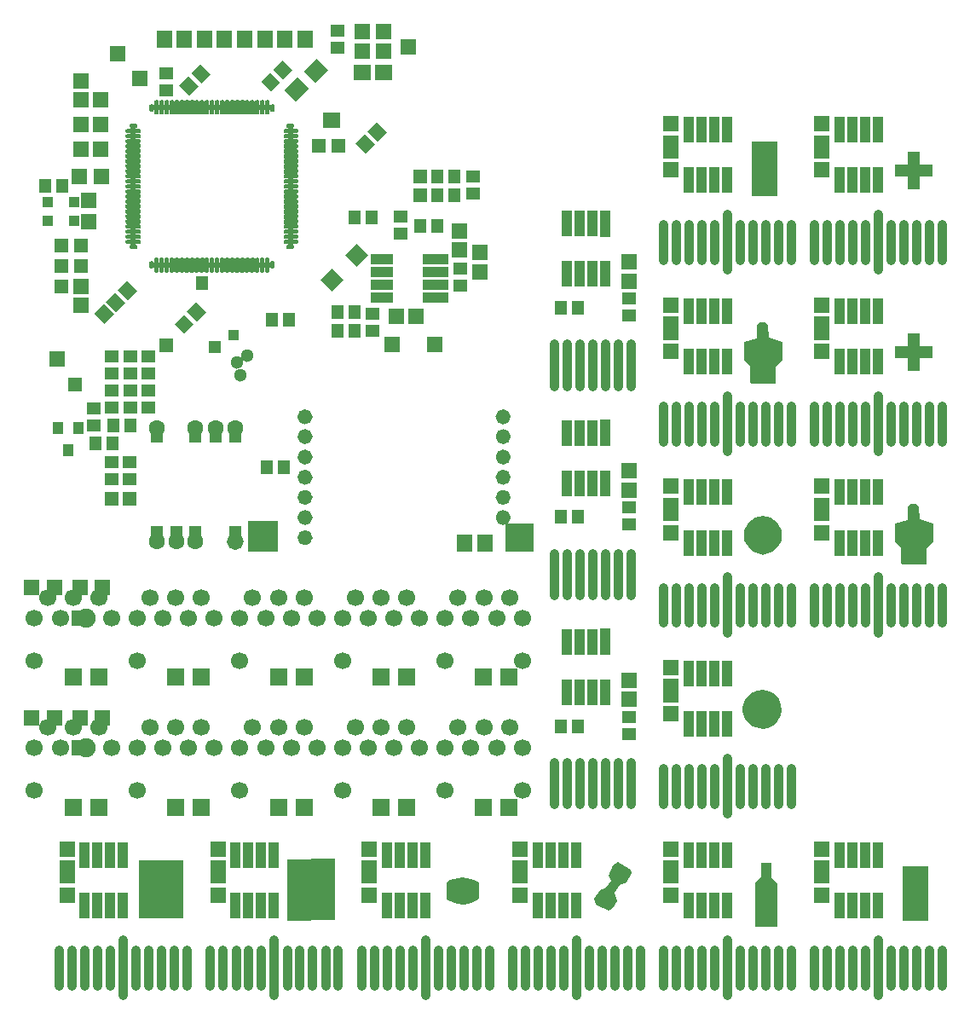
<source format=gts>
%FSLAX34Y34*%
%MOMM*%
%LNSOLDERMASK_TOP*%
G71*
G01*
%ADD10C, 1.700*%
%ADD11C, 1.900*%
%ADD12R, 1.800X1.800*%
%ADD13R, 1.600X1.600*%
%ADD14R, 1.600X1.500*%
%ADD15R, 1.100X1.100*%
%ADD16R, 0.500X0.500*%
%ADD17C, 0.200*%
%ADD18C, 0.500*%
%ADD19C, 1.300*%
%ADD20R, 1.300X1.400*%
%ADD21R, 1.400X1.400*%
%ADD22R, 2.600X1.000*%
%ADD23R, 1.400X1.300*%
%ADD24R, 1.500X1.800*%
%ADD25R, 1.800X1.600*%
%ADD26C, 1.600*%
%ADD27R, 1.200X1.400*%
%ADD28R, 1.000X1.300*%
%ADD29R, 1.500X1.600*%
%ADD30R, 2.200X1.000*%
%ADD31R, 1.300X1.300*%
%ADD32R, 1.100X1.000*%
%ADD33R, 1.100X1.600*%
%ADD34C, 0.950*%
%ADD35R, 1.000X2.600*%
%ADD36R, 1.200X1.200*%
%ADD37R, 1.500X1.700*%
%LPD*%
X20105Y-652498D02*
G54D10*
D03*
X122105Y-652498D02*
G54D10*
D03*
X224105Y-652498D02*
G54D10*
D03*
X326105Y-652498D02*
G54D10*
D03*
X428105Y-652498D02*
G54D10*
D03*
X504605Y-652498D02*
G54D10*
D03*
X20105Y-610222D02*
G54D10*
D03*
X45605Y-610223D02*
G54D10*
D03*
X71106Y-610222D02*
G54D11*
D03*
X96605Y-610223D02*
G54D10*
D03*
X122105Y-610223D02*
G54D10*
D03*
X147605Y-610223D02*
G54D10*
D03*
X173105Y-610223D02*
G54D10*
D03*
X198605Y-610223D02*
G54D10*
D03*
X224105Y-610223D02*
G54D10*
D03*
X249605Y-610223D02*
G54D10*
D03*
X275105Y-610223D02*
G54D10*
D03*
X300605Y-610223D02*
G54D10*
D03*
X326105Y-610223D02*
G54D10*
D03*
X351605Y-610223D02*
G54D10*
D03*
X377105Y-610223D02*
G54D10*
D03*
X402605Y-610223D02*
G54D10*
D03*
X428105Y-610223D02*
G54D10*
D03*
X453605Y-610223D02*
G54D10*
D03*
X479105Y-610223D02*
G54D10*
D03*
X504605Y-610223D02*
G54D10*
D03*
X32855Y-590222D02*
G54D10*
D03*
X58355Y-590222D02*
G54D10*
D03*
X83855Y-590223D02*
G54D10*
D03*
X134855Y-590223D02*
G54D10*
D03*
X160355Y-590223D02*
G54D10*
D03*
X185855Y-590223D02*
G54D10*
D03*
X236855Y-590223D02*
G54D10*
D03*
X262355Y-590223D02*
G54D10*
D03*
X287855Y-590223D02*
G54D10*
D03*
X338855Y-590223D02*
G54D10*
D03*
X364355Y-590223D02*
G54D10*
D03*
X389855Y-590223D02*
G54D10*
D03*
X440855Y-590223D02*
G54D10*
D03*
X466355Y-590223D02*
G54D10*
D03*
X491855Y-590223D02*
G54D10*
D03*
X58277Y-669248D02*
G54D12*
D03*
X83677Y-669248D02*
G54D12*
D03*
X160277Y-669248D02*
G54D12*
D03*
X185677Y-669248D02*
G54D12*
D03*
X262277Y-669248D02*
G54D12*
D03*
X287677Y-669248D02*
G54D12*
D03*
X364277Y-669248D02*
G54D12*
D03*
X389677Y-669248D02*
G54D12*
D03*
X466277Y-669248D02*
G54D12*
D03*
X491677Y-669248D02*
G54D12*
D03*
X87813Y-580274D02*
G54D13*
D03*
X65588Y-580274D02*
G54D13*
D03*
X40188Y-580274D02*
G54D13*
D03*
X16773Y-580274D02*
G54D13*
D03*
X73602Y-216593D02*
G54D14*
D03*
X73602Y-195593D02*
G54D14*
D03*
X33497Y-197190D02*
G54D15*
D03*
X33497Y-216240D02*
G54D15*
D03*
X59612Y-216240D02*
G54D15*
D03*
X59659Y-197131D02*
G54D15*
D03*
G36*
X253776Y-101149D02*
X258776Y-101148D01*
X258777Y-106148D01*
X253777Y-106149D01*
X253776Y-101149D01*
G37*
G36*
X248776Y-101149D02*
X253776Y-101148D01*
X253777Y-106148D01*
X248777Y-106149D01*
X248776Y-101149D01*
G37*
X246277Y-103649D02*
G54D16*
D03*
X241277Y-103649D02*
G54D16*
D03*
X236277Y-103649D02*
G54D16*
D03*
X231277Y-103649D02*
G54D16*
D03*
G36*
X223776Y-101149D02*
X228776Y-101148D01*
X228777Y-106148D01*
X223777Y-106149D01*
X223776Y-101149D01*
G37*
X221277Y-103649D02*
G54D16*
D03*
X216277Y-103649D02*
G54D16*
D03*
X211277Y-103649D02*
G54D16*
D03*
X206276Y-103649D02*
G54D16*
D03*
G36*
X198776Y-101149D02*
X203776Y-101148D01*
X203777Y-106148D01*
X198777Y-106149D01*
X198776Y-101149D01*
G37*
X196277Y-103649D02*
G54D16*
D03*
X191277Y-103649D02*
G54D16*
D03*
X186277Y-103649D02*
G54D16*
D03*
X181277Y-103648D02*
G54D16*
D03*
X176277Y-103649D02*
G54D16*
D03*
G36*
X168776Y-101149D02*
X173776Y-101148D01*
X173777Y-106148D01*
X168777Y-106149D01*
X168776Y-101149D01*
G37*
G36*
X163776Y-101149D02*
X168776Y-101148D01*
X168777Y-106148D01*
X163777Y-106149D01*
X163776Y-101149D01*
G37*
X161277Y-103649D02*
G54D16*
D03*
X156277Y-103648D02*
G54D16*
D03*
X151277Y-103649D02*
G54D16*
D03*
G36*
X143776Y-101149D02*
X148776Y-101148D01*
X148777Y-106148D01*
X143777Y-106149D01*
X143776Y-101149D01*
G37*
X141277Y-103649D02*
G54D16*
D03*
G36*
X133776Y-101149D02*
X138776Y-101148D01*
X138777Y-106148D01*
X133777Y-106149D01*
X133776Y-101149D01*
G37*
G36*
X256772Y-100618D02*
X257772Y-101618D01*
X257772Y-106118D01*
X257272Y-106618D01*
X255272Y-106618D01*
X254772Y-106118D01*
X254772Y-101618D01*
X255772Y-100618D01*
X256772Y-100618D01*
G37*
G54D17*
X256772Y-100618D02*
X257772Y-101618D01*
X257772Y-106118D01*
X257272Y-106618D01*
X255272Y-106618D01*
X254772Y-106118D01*
X254772Y-101618D01*
X255772Y-100618D01*
X256772Y-100618D01*
G36*
X136772Y-100618D02*
X137772Y-101618D01*
X137772Y-106118D01*
X137272Y-106618D01*
X135272Y-106618D01*
X134772Y-106118D01*
X134772Y-101618D01*
X135772Y-100618D01*
X136772Y-100618D01*
G37*
G54D17*
X136772Y-100618D02*
X137772Y-101618D01*
X137772Y-106118D01*
X137272Y-106618D01*
X135272Y-106618D01*
X134772Y-106118D01*
X134772Y-101618D01*
X135772Y-100618D01*
X136772Y-100618D01*
G36*
X246772Y-96618D02*
X247772Y-97618D01*
X247772Y-109118D01*
X247272Y-109618D01*
X245272Y-109618D01*
X244772Y-109118D01*
X244772Y-97618D01*
X245772Y-96618D01*
X246772Y-96618D01*
G37*
G54D17*
X246772Y-96618D02*
X247772Y-97618D01*
X247772Y-109118D01*
X247272Y-109618D01*
X245272Y-109618D01*
X244772Y-109118D01*
X244772Y-97618D01*
X245772Y-96618D01*
X246772Y-96618D01*
G36*
X241772Y-96618D02*
X242772Y-97618D01*
X242772Y-109118D01*
X242272Y-109618D01*
X240272Y-109618D01*
X239772Y-109118D01*
X239772Y-97618D01*
X240772Y-96618D01*
X241772Y-96618D01*
G37*
G54D17*
X241772Y-96618D02*
X242772Y-97618D01*
X242772Y-109118D01*
X242272Y-109618D01*
X240272Y-109618D01*
X239772Y-109118D01*
X239772Y-97618D01*
X240772Y-96618D01*
X241772Y-96618D01*
G36*
X236772Y-96618D02*
X237772Y-97618D01*
X237772Y-109118D01*
X237272Y-109618D01*
X235272Y-109618D01*
X234772Y-109118D01*
X234772Y-97618D01*
X235772Y-96618D01*
X236772Y-96618D01*
G37*
G54D17*
X236772Y-96618D02*
X237772Y-97618D01*
X237772Y-109118D01*
X237272Y-109618D01*
X235272Y-109618D01*
X234772Y-109118D01*
X234772Y-97618D01*
X235772Y-96618D01*
X236772Y-96618D01*
G36*
X231772Y-96618D02*
X232772Y-97618D01*
X232772Y-109118D01*
X232272Y-109618D01*
X230272Y-109618D01*
X229772Y-109118D01*
X229772Y-97618D01*
X230772Y-96618D01*
X231772Y-96618D01*
G37*
G54D17*
X231772Y-96618D02*
X232772Y-97618D01*
X232772Y-109118D01*
X232272Y-109618D01*
X230272Y-109618D01*
X229772Y-109118D01*
X229772Y-97618D01*
X230772Y-96618D01*
X231772Y-96618D01*
G36*
X226772Y-96618D02*
X227772Y-97618D01*
X227772Y-109118D01*
X227272Y-109618D01*
X225272Y-109618D01*
X224772Y-109118D01*
X224772Y-97618D01*
X225772Y-96618D01*
X226772Y-96618D01*
G37*
G54D17*
X226772Y-96618D02*
X227772Y-97618D01*
X227772Y-109118D01*
X227272Y-109618D01*
X225272Y-109618D01*
X224772Y-109118D01*
X224772Y-97618D01*
X225772Y-96618D01*
X226772Y-96618D01*
G36*
X221772Y-96618D02*
X222772Y-97618D01*
X222772Y-109118D01*
X222272Y-109618D01*
X220272Y-109618D01*
X219772Y-109118D01*
X219772Y-97618D01*
X220772Y-96618D01*
X221772Y-96618D01*
G37*
G54D17*
X221772Y-96618D02*
X222772Y-97618D01*
X222772Y-109118D01*
X222272Y-109618D01*
X220272Y-109618D01*
X219772Y-109118D01*
X219772Y-97618D01*
X220772Y-96618D01*
X221772Y-96618D01*
G36*
X216772Y-96618D02*
X217772Y-97618D01*
X217772Y-109118D01*
X217272Y-109618D01*
X215272Y-109618D01*
X214772Y-109118D01*
X214772Y-97618D01*
X215772Y-96618D01*
X216772Y-96618D01*
G37*
G54D17*
X216772Y-96618D02*
X217772Y-97618D01*
X217772Y-109118D01*
X217272Y-109618D01*
X215272Y-109618D01*
X214772Y-109118D01*
X214772Y-97618D01*
X215772Y-96618D01*
X216772Y-96618D01*
G36*
X211772Y-96618D02*
X212772Y-97618D01*
X212772Y-109118D01*
X212272Y-109618D01*
X210272Y-109618D01*
X209772Y-109118D01*
X209772Y-97618D01*
X210772Y-96618D01*
X211772Y-96618D01*
G37*
G54D17*
X211772Y-96618D02*
X212772Y-97618D01*
X212772Y-109118D01*
X212272Y-109618D01*
X210272Y-109618D01*
X209772Y-109118D01*
X209772Y-97618D01*
X210772Y-96618D01*
X211772Y-96618D01*
G36*
X206772Y-96618D02*
X207772Y-97618D01*
X207772Y-109118D01*
X207272Y-109618D01*
X205272Y-109618D01*
X204772Y-109118D01*
X204772Y-97618D01*
X205772Y-96618D01*
X206772Y-96618D01*
G37*
G54D17*
X206772Y-96618D02*
X207772Y-97618D01*
X207772Y-109118D01*
X207272Y-109618D01*
X205272Y-109618D01*
X204772Y-109118D01*
X204772Y-97618D01*
X205772Y-96618D01*
X206772Y-96618D01*
G36*
X201772Y-96618D02*
X202772Y-97618D01*
X202772Y-109118D01*
X202272Y-109618D01*
X200272Y-109618D01*
X199772Y-109118D01*
X199772Y-97618D01*
X200772Y-96618D01*
X201772Y-96618D01*
G37*
G54D17*
X201772Y-96618D02*
X202772Y-97618D01*
X202772Y-109118D01*
X202272Y-109618D01*
X200272Y-109618D01*
X199772Y-109118D01*
X199772Y-97618D01*
X200772Y-96618D01*
X201772Y-96618D01*
G36*
X196772Y-96618D02*
X197772Y-97618D01*
X197772Y-109118D01*
X197272Y-109618D01*
X195272Y-109618D01*
X194772Y-109118D01*
X194772Y-97618D01*
X195772Y-96618D01*
X196772Y-96618D01*
G37*
G54D17*
X196772Y-96618D02*
X197772Y-97618D01*
X197772Y-109118D01*
X197272Y-109618D01*
X195272Y-109618D01*
X194772Y-109118D01*
X194772Y-97618D01*
X195772Y-96618D01*
X196772Y-96618D01*
G36*
X191772Y-96618D02*
X192772Y-97618D01*
X192772Y-109118D01*
X192272Y-109618D01*
X190272Y-109618D01*
X189772Y-109118D01*
X189772Y-97618D01*
X190772Y-96618D01*
X191772Y-96618D01*
G37*
G54D17*
X191772Y-96618D02*
X192772Y-97618D01*
X192772Y-109118D01*
X192272Y-109618D01*
X190272Y-109618D01*
X189772Y-109118D01*
X189772Y-97618D01*
X190772Y-96618D01*
X191772Y-96618D01*
G36*
X186772Y-96618D02*
X187772Y-97618D01*
X187772Y-109118D01*
X187272Y-109618D01*
X185272Y-109618D01*
X184772Y-109118D01*
X184772Y-97618D01*
X185772Y-96618D01*
X186772Y-96618D01*
G37*
G54D17*
X186772Y-96618D02*
X187772Y-97618D01*
X187772Y-109118D01*
X187272Y-109618D01*
X185272Y-109618D01*
X184772Y-109118D01*
X184772Y-97618D01*
X185772Y-96618D01*
X186772Y-96618D01*
G36*
X181772Y-96618D02*
X182772Y-97618D01*
X182772Y-109118D01*
X182272Y-109618D01*
X180272Y-109618D01*
X179772Y-109118D01*
X179772Y-97618D01*
X180772Y-96618D01*
X181772Y-96618D01*
G37*
G54D17*
X181772Y-96618D02*
X182772Y-97618D01*
X182772Y-109118D01*
X182272Y-109618D01*
X180272Y-109618D01*
X179772Y-109118D01*
X179772Y-97618D01*
X180772Y-96618D01*
X181772Y-96618D01*
G36*
X176772Y-96618D02*
X177772Y-97618D01*
X177772Y-109118D01*
X177272Y-109618D01*
X175272Y-109618D01*
X174772Y-109118D01*
X174772Y-97618D01*
X175772Y-96618D01*
X176772Y-96618D01*
G37*
G54D17*
X176772Y-96618D02*
X177772Y-97618D01*
X177772Y-109118D01*
X177272Y-109618D01*
X175272Y-109618D01*
X174772Y-109118D01*
X174772Y-97618D01*
X175772Y-96618D01*
X176772Y-96618D01*
G36*
X171772Y-96618D02*
X172772Y-97618D01*
X172772Y-109118D01*
X172272Y-109618D01*
X170272Y-109618D01*
X169772Y-109118D01*
X169772Y-97618D01*
X170772Y-96618D01*
X171772Y-96618D01*
G37*
G54D17*
X171772Y-96618D02*
X172772Y-97618D01*
X172772Y-109118D01*
X172272Y-109618D01*
X170272Y-109618D01*
X169772Y-109118D01*
X169772Y-97618D01*
X170772Y-96618D01*
X171772Y-96618D01*
G36*
X166772Y-96618D02*
X167772Y-97618D01*
X167772Y-109118D01*
X167272Y-109618D01*
X165272Y-109618D01*
X164772Y-109118D01*
X164772Y-97618D01*
X165772Y-96618D01*
X166772Y-96618D01*
G37*
G54D17*
X166772Y-96618D02*
X167772Y-97618D01*
X167772Y-109118D01*
X167272Y-109618D01*
X165272Y-109618D01*
X164772Y-109118D01*
X164772Y-97618D01*
X165772Y-96618D01*
X166772Y-96618D01*
G36*
X161772Y-96618D02*
X162772Y-97618D01*
X162772Y-109118D01*
X162272Y-109618D01*
X160272Y-109618D01*
X159772Y-109118D01*
X159772Y-97618D01*
X160772Y-96618D01*
X161772Y-96618D01*
G37*
G54D17*
X161772Y-96618D02*
X162772Y-97618D01*
X162772Y-109118D01*
X162272Y-109618D01*
X160272Y-109618D01*
X159772Y-109118D01*
X159772Y-97618D01*
X160772Y-96618D01*
X161772Y-96618D01*
G36*
X156772Y-96618D02*
X157772Y-97618D01*
X157772Y-109118D01*
X157272Y-109618D01*
X155272Y-109618D01*
X154772Y-109118D01*
X154772Y-97618D01*
X155772Y-96618D01*
X156772Y-96618D01*
G37*
G54D17*
X156772Y-96618D02*
X157772Y-97618D01*
X157772Y-109118D01*
X157272Y-109618D01*
X155272Y-109618D01*
X154772Y-109118D01*
X154772Y-97618D01*
X155772Y-96618D01*
X156772Y-96618D01*
G36*
X151772Y-96618D02*
X152772Y-97618D01*
X152772Y-109118D01*
X152272Y-109618D01*
X150272Y-109618D01*
X149772Y-109118D01*
X149772Y-97618D01*
X150772Y-96618D01*
X151772Y-96618D01*
G37*
G54D17*
X151772Y-96618D02*
X152772Y-97618D01*
X152772Y-109118D01*
X152272Y-109618D01*
X150272Y-109618D01*
X149772Y-109118D01*
X149772Y-97618D01*
X150772Y-96618D01*
X151772Y-96618D01*
G36*
X146772Y-96618D02*
X147772Y-97618D01*
X147772Y-109118D01*
X147272Y-109618D01*
X145272Y-109618D01*
X144772Y-109118D01*
X144772Y-97618D01*
X145772Y-96618D01*
X146772Y-96618D01*
G37*
G54D17*
X146772Y-96618D02*
X147772Y-97618D01*
X147772Y-109118D01*
X147272Y-109618D01*
X145272Y-109618D01*
X144772Y-109118D01*
X144772Y-97618D01*
X145772Y-96618D01*
X146772Y-96618D01*
G36*
X141772Y-96618D02*
X142772Y-97618D01*
X142772Y-109118D01*
X142272Y-109618D01*
X140272Y-109618D01*
X139772Y-109118D01*
X139772Y-97618D01*
X140772Y-96618D01*
X141772Y-96618D01*
G37*
G54D17*
X141772Y-96618D02*
X142772Y-97618D01*
X142772Y-109118D01*
X142272Y-109618D01*
X140272Y-109618D01*
X139772Y-109118D01*
X139772Y-97618D01*
X140772Y-96618D01*
X141772Y-96618D01*
G36*
X251772Y-96618D02*
X252772Y-97618D01*
X252772Y-109118D01*
X252272Y-109618D01*
X250272Y-109618D01*
X249772Y-109118D01*
X249772Y-97618D01*
X250772Y-96618D01*
X251772Y-96618D01*
G37*
G54D17*
X251772Y-96618D02*
X252772Y-97618D01*
X252772Y-109118D01*
X252272Y-109618D01*
X250272Y-109618D01*
X249772Y-109118D01*
X249772Y-97618D01*
X250772Y-96618D01*
X251772Y-96618D01*
X274240Y-241612D02*
G54D16*
D03*
X274240Y-236612D02*
G54D16*
D03*
X274240Y-231613D02*
G54D16*
D03*
X274240Y-226612D02*
G54D16*
D03*
X274240Y-221612D02*
G54D16*
D03*
X274240Y-216613D02*
G54D16*
D03*
X274240Y-211612D02*
G54D16*
D03*
X274240Y-206612D02*
G54D16*
D03*
X274240Y-201612D02*
G54D16*
D03*
X274240Y-196612D02*
G54D16*
D03*
X274240Y-191612D02*
G54D16*
D03*
X274241Y-186612D02*
G54D16*
D03*
X274241Y-181612D02*
G54D16*
D03*
X274240Y-176612D02*
G54D16*
D03*
X274240Y-171613D02*
G54D16*
D03*
X274240Y-166612D02*
G54D16*
D03*
X274241Y-161612D02*
G54D16*
D03*
X274240Y-156612D02*
G54D16*
D03*
X274240Y-151612D02*
G54D16*
D03*
X274240Y-146613D02*
G54D16*
D03*
X274240Y-141612D02*
G54D16*
D03*
X274240Y-136612D02*
G54D16*
D03*
X274240Y-131612D02*
G54D16*
D03*
X274240Y-126612D02*
G54D16*
D03*
X274240Y-121612D02*
G54D16*
D03*
G36*
X277272Y-242118D02*
X276272Y-243118D01*
X271772Y-243118D01*
X271272Y-242618D01*
X271272Y-240618D01*
X271772Y-240118D01*
X276272Y-240118D01*
X277272Y-241118D01*
X277272Y-242118D01*
G37*
G54D17*
X277272Y-242118D02*
X276272Y-243118D01*
X271772Y-243118D01*
X271272Y-242618D01*
X271272Y-240618D01*
X271772Y-240118D01*
X276272Y-240118D01*
X277272Y-241118D01*
X277272Y-242118D01*
G36*
X277272Y-122118D02*
X276272Y-123118D01*
X271772Y-123118D01*
X271272Y-122618D01*
X271272Y-120618D01*
X271772Y-120118D01*
X276272Y-120118D01*
X277272Y-121118D01*
X277272Y-122118D01*
G37*
G54D17*
X277272Y-122118D02*
X276272Y-123118D01*
X271772Y-123118D01*
X271272Y-122618D01*
X271272Y-120618D01*
X271772Y-120118D01*
X276272Y-120118D01*
X277272Y-121118D01*
X277272Y-122118D01*
G36*
X281272Y-232118D02*
X280272Y-233118D01*
X268772Y-233118D01*
X268272Y-232618D01*
X268272Y-230618D01*
X268772Y-230118D01*
X280272Y-230118D01*
X281272Y-231118D01*
X281272Y-232118D01*
G37*
G54D17*
X281272Y-232118D02*
X280272Y-233118D01*
X268772Y-233118D01*
X268272Y-232618D01*
X268272Y-230618D01*
X268772Y-230118D01*
X280272Y-230118D01*
X281272Y-231118D01*
X281272Y-232118D01*
G36*
X281272Y-227118D02*
X280272Y-228118D01*
X268772Y-228118D01*
X268272Y-227618D01*
X268272Y-225618D01*
X268772Y-225118D01*
X280272Y-225118D01*
X281272Y-226118D01*
X281272Y-227118D01*
G37*
G54D17*
X281272Y-227118D02*
X280272Y-228118D01*
X268772Y-228118D01*
X268272Y-227618D01*
X268272Y-225618D01*
X268772Y-225118D01*
X280272Y-225118D01*
X281272Y-226118D01*
X281272Y-227118D01*
G36*
X281272Y-222118D02*
X280272Y-223118D01*
X268772Y-223118D01*
X268272Y-222618D01*
X268272Y-220618D01*
X268772Y-220118D01*
X280272Y-220118D01*
X281272Y-221118D01*
X281272Y-222118D01*
G37*
G54D17*
X281272Y-222118D02*
X280272Y-223118D01*
X268772Y-223118D01*
X268272Y-222618D01*
X268272Y-220618D01*
X268772Y-220118D01*
X280272Y-220118D01*
X281272Y-221118D01*
X281272Y-222118D01*
G36*
X281272Y-217118D02*
X280272Y-218118D01*
X268772Y-218118D01*
X268272Y-217618D01*
X268272Y-215618D01*
X268772Y-215118D01*
X280272Y-215118D01*
X281272Y-216118D01*
X281272Y-217118D01*
G37*
G54D17*
X281272Y-217118D02*
X280272Y-218118D01*
X268772Y-218118D01*
X268272Y-217618D01*
X268272Y-215618D01*
X268772Y-215118D01*
X280272Y-215118D01*
X281272Y-216118D01*
X281272Y-217118D01*
G36*
X281272Y-212118D02*
X280272Y-213118D01*
X268772Y-213118D01*
X268272Y-212618D01*
X268272Y-210618D01*
X268772Y-210118D01*
X280272Y-210118D01*
X281272Y-211118D01*
X281272Y-212118D01*
G37*
G54D17*
X281272Y-212118D02*
X280272Y-213118D01*
X268772Y-213118D01*
X268272Y-212618D01*
X268272Y-210618D01*
X268772Y-210118D01*
X280272Y-210118D01*
X281272Y-211118D01*
X281272Y-212118D01*
G36*
X281272Y-207118D02*
X280272Y-208118D01*
X268772Y-208118D01*
X268272Y-207618D01*
X268272Y-205618D01*
X268772Y-205118D01*
X280272Y-205118D01*
X281272Y-206118D01*
X281272Y-207118D01*
G37*
G54D17*
X281272Y-207118D02*
X280272Y-208118D01*
X268772Y-208118D01*
X268272Y-207618D01*
X268272Y-205618D01*
X268772Y-205118D01*
X280272Y-205118D01*
X281272Y-206118D01*
X281272Y-207118D01*
G36*
X281272Y-202118D02*
X280272Y-203118D01*
X268772Y-203118D01*
X268272Y-202618D01*
X268272Y-200618D01*
X268772Y-200118D01*
X280272Y-200118D01*
X281272Y-201118D01*
X281272Y-202118D01*
G37*
G54D17*
X281272Y-202118D02*
X280272Y-203118D01*
X268772Y-203118D01*
X268272Y-202618D01*
X268272Y-200618D01*
X268772Y-200118D01*
X280272Y-200118D01*
X281272Y-201118D01*
X281272Y-202118D01*
G36*
X281272Y-197118D02*
X280272Y-198118D01*
X268772Y-198118D01*
X268272Y-197618D01*
X268272Y-195618D01*
X268772Y-195118D01*
X280272Y-195118D01*
X281272Y-196118D01*
X281272Y-197118D01*
G37*
G54D17*
X281272Y-197118D02*
X280272Y-198118D01*
X268772Y-198118D01*
X268272Y-197618D01*
X268272Y-195618D01*
X268772Y-195118D01*
X280272Y-195118D01*
X281272Y-196118D01*
X281272Y-197118D01*
G36*
X281272Y-192118D02*
X280272Y-193118D01*
X268772Y-193118D01*
X268272Y-192618D01*
X268272Y-190618D01*
X268772Y-190118D01*
X280272Y-190118D01*
X281272Y-191118D01*
X281272Y-192118D01*
G37*
G54D17*
X281272Y-192118D02*
X280272Y-193118D01*
X268772Y-193118D01*
X268272Y-192618D01*
X268272Y-190618D01*
X268772Y-190118D01*
X280272Y-190118D01*
X281272Y-191118D01*
X281272Y-192118D01*
G36*
X281272Y-187118D02*
X280272Y-188118D01*
X268772Y-188118D01*
X268272Y-187618D01*
X268272Y-185618D01*
X268772Y-185118D01*
X280272Y-185118D01*
X281272Y-186118D01*
X281272Y-187118D01*
G37*
G54D17*
X281272Y-187118D02*
X280272Y-188118D01*
X268772Y-188118D01*
X268272Y-187618D01*
X268272Y-185618D01*
X268772Y-185118D01*
X280272Y-185118D01*
X281272Y-186118D01*
X281272Y-187118D01*
G36*
X281272Y-182118D02*
X280272Y-183118D01*
X268772Y-183118D01*
X268272Y-182618D01*
X268272Y-180618D01*
X268772Y-180118D01*
X280272Y-180118D01*
X281272Y-181118D01*
X281272Y-182118D01*
G37*
G54D17*
X281272Y-182118D02*
X280272Y-183118D01*
X268772Y-183118D01*
X268272Y-182618D01*
X268272Y-180618D01*
X268772Y-180118D01*
X280272Y-180118D01*
X281272Y-181118D01*
X281272Y-182118D01*
G36*
X281272Y-177118D02*
X280272Y-178118D01*
X268772Y-178118D01*
X268272Y-177618D01*
X268272Y-175618D01*
X268772Y-175118D01*
X280272Y-175118D01*
X281272Y-176118D01*
X281272Y-177118D01*
G37*
G54D17*
X281272Y-177118D02*
X280272Y-178118D01*
X268772Y-178118D01*
X268272Y-177618D01*
X268272Y-175618D01*
X268772Y-175118D01*
X280272Y-175118D01*
X281272Y-176118D01*
X281272Y-177118D01*
G36*
X281272Y-172118D02*
X280272Y-173118D01*
X268772Y-173118D01*
X268272Y-172618D01*
X268272Y-170618D01*
X268772Y-170118D01*
X280272Y-170118D01*
X281272Y-171118D01*
X281272Y-172118D01*
G37*
G54D17*
X281272Y-172118D02*
X280272Y-173118D01*
X268772Y-173118D01*
X268272Y-172618D01*
X268272Y-170618D01*
X268772Y-170118D01*
X280272Y-170118D01*
X281272Y-171118D01*
X281272Y-172118D01*
G36*
X281272Y-167118D02*
X280272Y-168118D01*
X268772Y-168118D01*
X268272Y-167618D01*
X268272Y-165618D01*
X268772Y-165118D01*
X280272Y-165118D01*
X281272Y-166118D01*
X281272Y-167118D01*
G37*
G54D17*
X281272Y-167118D02*
X280272Y-168118D01*
X268772Y-168118D01*
X268272Y-167618D01*
X268272Y-165618D01*
X268772Y-165118D01*
X280272Y-165118D01*
X281272Y-166118D01*
X281272Y-167118D01*
G36*
X281272Y-162118D02*
X280272Y-163118D01*
X268772Y-163118D01*
X268272Y-162618D01*
X268272Y-160618D01*
X268772Y-160118D01*
X280272Y-160118D01*
X281272Y-161118D01*
X281272Y-162118D01*
G37*
G54D17*
X281272Y-162118D02*
X280272Y-163118D01*
X268772Y-163118D01*
X268272Y-162618D01*
X268272Y-160618D01*
X268772Y-160118D01*
X280272Y-160118D01*
X281272Y-161118D01*
X281272Y-162118D01*
G36*
X281272Y-157118D02*
X280272Y-158118D01*
X268772Y-158118D01*
X268272Y-157618D01*
X268272Y-155618D01*
X268772Y-155118D01*
X280272Y-155118D01*
X281272Y-156118D01*
X281272Y-157118D01*
G37*
G54D17*
X281272Y-157118D02*
X280272Y-158118D01*
X268772Y-158118D01*
X268272Y-157618D01*
X268272Y-155618D01*
X268772Y-155118D01*
X280272Y-155118D01*
X281272Y-156118D01*
X281272Y-157118D01*
G36*
X281272Y-152118D02*
X280272Y-153118D01*
X268772Y-153118D01*
X268272Y-152618D01*
X268272Y-150618D01*
X268772Y-150118D01*
X280272Y-150118D01*
X281272Y-151118D01*
X281272Y-152118D01*
G37*
G54D17*
X281272Y-152118D02*
X280272Y-153118D01*
X268772Y-153118D01*
X268272Y-152618D01*
X268272Y-150618D01*
X268772Y-150118D01*
X280272Y-150118D01*
X281272Y-151118D01*
X281272Y-152118D01*
G36*
X281272Y-147118D02*
X280272Y-148118D01*
X268772Y-148118D01*
X268272Y-147618D01*
X268272Y-145618D01*
X268772Y-145118D01*
X280272Y-145118D01*
X281272Y-146118D01*
X281272Y-147118D01*
G37*
G54D17*
X281272Y-147118D02*
X280272Y-148118D01*
X268772Y-148118D01*
X268272Y-147618D01*
X268272Y-145618D01*
X268772Y-145118D01*
X280272Y-145118D01*
X281272Y-146118D01*
X281272Y-147118D01*
G36*
X281272Y-142118D02*
X280272Y-143118D01*
X268772Y-143118D01*
X268272Y-142618D01*
X268272Y-140618D01*
X268772Y-140118D01*
X280272Y-140118D01*
X281272Y-141118D01*
X281272Y-142118D01*
G37*
G54D17*
X281272Y-142118D02*
X280272Y-143118D01*
X268772Y-143118D01*
X268272Y-142618D01*
X268272Y-140618D01*
X268772Y-140118D01*
X280272Y-140118D01*
X281272Y-141118D01*
X281272Y-142118D01*
G36*
X281272Y-137118D02*
X280272Y-138118D01*
X268772Y-138118D01*
X268272Y-137618D01*
X268272Y-135618D01*
X268772Y-135118D01*
X280272Y-135118D01*
X281272Y-136118D01*
X281272Y-137118D01*
G37*
G54D17*
X281272Y-137118D02*
X280272Y-138118D01*
X268772Y-138118D01*
X268272Y-137618D01*
X268272Y-135618D01*
X268772Y-135118D01*
X280272Y-135118D01*
X281272Y-136118D01*
X281272Y-137118D01*
G36*
X281272Y-132118D02*
X280272Y-133118D01*
X268772Y-133118D01*
X268272Y-132618D01*
X268272Y-130618D01*
X268772Y-130118D01*
X280272Y-130118D01*
X281272Y-131118D01*
X281272Y-132118D01*
G37*
G54D17*
X281272Y-132118D02*
X280272Y-133118D01*
X268772Y-133118D01*
X268272Y-132618D01*
X268272Y-130618D01*
X268772Y-130118D01*
X280272Y-130118D01*
X281272Y-131118D01*
X281272Y-132118D01*
G36*
X281272Y-127118D02*
X280272Y-128118D01*
X268772Y-128118D01*
X268272Y-127618D01*
X268272Y-125618D01*
X268772Y-125118D01*
X280272Y-125118D01*
X281272Y-126118D01*
X281272Y-127118D01*
G37*
G54D17*
X281272Y-127118D02*
X280272Y-128118D01*
X268772Y-128118D01*
X268272Y-127618D01*
X268272Y-125618D01*
X268772Y-125118D01*
X280272Y-125118D01*
X281272Y-126118D01*
X281272Y-127118D01*
G36*
X281272Y-237118D02*
X280272Y-238118D01*
X268772Y-238118D01*
X268272Y-237618D01*
X268272Y-235618D01*
X268772Y-235118D01*
X280272Y-235118D01*
X281272Y-236118D01*
X281272Y-237118D01*
G37*
G54D17*
X281272Y-237118D02*
X280272Y-238118D01*
X268772Y-238118D01*
X268272Y-237618D01*
X268272Y-235618D01*
X268772Y-235118D01*
X280272Y-235118D01*
X281272Y-236118D01*
X281272Y-237118D01*
X136277Y-259586D02*
G54D16*
D03*
X141276Y-259586D02*
G54D16*
D03*
X146277Y-259586D02*
G54D16*
D03*
X151277Y-259586D02*
G54D16*
D03*
X156277Y-259586D02*
G54D16*
D03*
X161277Y-259586D02*
G54D16*
D03*
X166277Y-259586D02*
G54D16*
D03*
X171277Y-259586D02*
G54D16*
D03*
X176277Y-259586D02*
G54D16*
D03*
X181276Y-259586D02*
G54D16*
D03*
X186277Y-259586D02*
G54D16*
D03*
X191277Y-259586D02*
G54D16*
D03*
X196276Y-259586D02*
G54D16*
D03*
X201277Y-259586D02*
G54D16*
D03*
X206277Y-259586D02*
G54D16*
D03*
X211277Y-259586D02*
G54D16*
D03*
X216277Y-259586D02*
G54D16*
D03*
X221277Y-259586D02*
G54D16*
D03*
X226277Y-259586D02*
G54D16*
D03*
X231276Y-259586D02*
G54D16*
D03*
X236276Y-259586D02*
G54D16*
D03*
X241277Y-259586D02*
G54D16*
D03*
X246276Y-259586D02*
G54D16*
D03*
X251276Y-259586D02*
G54D16*
D03*
X256277Y-259586D02*
G54D16*
D03*
G36*
X135772Y-262618D02*
X134772Y-261618D01*
X134772Y-257118D01*
X135272Y-256618D01*
X137272Y-256618D01*
X137772Y-257118D01*
X137772Y-261618D01*
X136772Y-262618D01*
X135772Y-262618D01*
G37*
G54D17*
X135772Y-262618D02*
X134772Y-261618D01*
X134772Y-257118D01*
X135272Y-256618D01*
X137272Y-256618D01*
X137772Y-257118D01*
X137772Y-261618D01*
X136772Y-262618D01*
X135772Y-262618D01*
G36*
X255772Y-262618D02*
X254772Y-261618D01*
X254772Y-257118D01*
X255272Y-256618D01*
X257272Y-256618D01*
X257772Y-257118D01*
X257772Y-261618D01*
X256772Y-262618D01*
X255772Y-262618D01*
G37*
G54D17*
X255772Y-262618D02*
X254772Y-261618D01*
X254772Y-257118D01*
X255272Y-256618D01*
X257272Y-256618D01*
X257772Y-257118D01*
X257772Y-261618D01*
X256772Y-262618D01*
X255772Y-262618D01*
G36*
X145772Y-266618D02*
X144772Y-265618D01*
X144772Y-254118D01*
X145272Y-253618D01*
X147272Y-253618D01*
X147772Y-254118D01*
X147772Y-265618D01*
X146772Y-266618D01*
X145772Y-266618D01*
G37*
G54D17*
X145772Y-266618D02*
X144772Y-265618D01*
X144772Y-254118D01*
X145272Y-253618D01*
X147272Y-253618D01*
X147772Y-254118D01*
X147772Y-265618D01*
X146772Y-266618D01*
X145772Y-266618D01*
G36*
X150772Y-266618D02*
X149772Y-265618D01*
X149772Y-254118D01*
X150272Y-253618D01*
X152272Y-253618D01*
X152772Y-254118D01*
X152772Y-265618D01*
X151772Y-266618D01*
X150772Y-266618D01*
G37*
G54D17*
X150772Y-266618D02*
X149772Y-265618D01*
X149772Y-254118D01*
X150272Y-253618D01*
X152272Y-253618D01*
X152772Y-254118D01*
X152772Y-265618D01*
X151772Y-266618D01*
X150772Y-266618D01*
G36*
X155772Y-266618D02*
X154772Y-265618D01*
X154772Y-254118D01*
X155272Y-253618D01*
X157272Y-253618D01*
X157772Y-254118D01*
X157772Y-265618D01*
X156772Y-266618D01*
X155772Y-266618D01*
G37*
G54D17*
X155772Y-266618D02*
X154772Y-265618D01*
X154772Y-254118D01*
X155272Y-253618D01*
X157272Y-253618D01*
X157772Y-254118D01*
X157772Y-265618D01*
X156772Y-266618D01*
X155772Y-266618D01*
G36*
X160772Y-266618D02*
X159772Y-265618D01*
X159772Y-254118D01*
X160272Y-253618D01*
X162272Y-253618D01*
X162772Y-254118D01*
X162772Y-265618D01*
X161772Y-266618D01*
X160772Y-266618D01*
G37*
G54D17*
X160772Y-266618D02*
X159772Y-265618D01*
X159772Y-254118D01*
X160272Y-253618D01*
X162272Y-253618D01*
X162772Y-254118D01*
X162772Y-265618D01*
X161772Y-266618D01*
X160772Y-266618D01*
G36*
X165772Y-266618D02*
X164772Y-265618D01*
X164772Y-254118D01*
X165272Y-253618D01*
X167272Y-253618D01*
X167772Y-254118D01*
X167772Y-265618D01*
X166772Y-266618D01*
X165772Y-266618D01*
G37*
G54D17*
X165772Y-266618D02*
X164772Y-265618D01*
X164772Y-254118D01*
X165272Y-253618D01*
X167272Y-253618D01*
X167772Y-254118D01*
X167772Y-265618D01*
X166772Y-266618D01*
X165772Y-266618D01*
G36*
X170772Y-266618D02*
X169772Y-265618D01*
X169772Y-254118D01*
X170272Y-253618D01*
X172272Y-253618D01*
X172772Y-254118D01*
X172772Y-265618D01*
X171772Y-266618D01*
X170772Y-266618D01*
G37*
G54D17*
X170772Y-266618D02*
X169772Y-265618D01*
X169772Y-254118D01*
X170272Y-253618D01*
X172272Y-253618D01*
X172772Y-254118D01*
X172772Y-265618D01*
X171772Y-266618D01*
X170772Y-266618D01*
G36*
X175772Y-266618D02*
X174772Y-265618D01*
X174772Y-254118D01*
X175272Y-253618D01*
X177272Y-253618D01*
X177772Y-254118D01*
X177772Y-265618D01*
X176772Y-266618D01*
X175772Y-266618D01*
G37*
G54D17*
X175772Y-266618D02*
X174772Y-265618D01*
X174772Y-254118D01*
X175272Y-253618D01*
X177272Y-253618D01*
X177772Y-254118D01*
X177772Y-265618D01*
X176772Y-266618D01*
X175772Y-266618D01*
G36*
X180772Y-266618D02*
X179772Y-265618D01*
X179772Y-254118D01*
X180272Y-253618D01*
X182272Y-253618D01*
X182772Y-254118D01*
X182772Y-265618D01*
X181772Y-266618D01*
X180772Y-266618D01*
G37*
G54D17*
X180772Y-266618D02*
X179772Y-265618D01*
X179772Y-254118D01*
X180272Y-253618D01*
X182272Y-253618D01*
X182772Y-254118D01*
X182772Y-265618D01*
X181772Y-266618D01*
X180772Y-266618D01*
G36*
X185772Y-266618D02*
X184772Y-265618D01*
X184772Y-254118D01*
X185272Y-253618D01*
X187272Y-253618D01*
X187772Y-254118D01*
X187772Y-265618D01*
X186772Y-266618D01*
X185772Y-266618D01*
G37*
G54D17*
X185772Y-266618D02*
X184772Y-265618D01*
X184772Y-254118D01*
X185272Y-253618D01*
X187272Y-253618D01*
X187772Y-254118D01*
X187772Y-265618D01*
X186772Y-266618D01*
X185772Y-266618D01*
G36*
X190772Y-266618D02*
X189772Y-265618D01*
X189772Y-254118D01*
X190272Y-253618D01*
X192272Y-253618D01*
X192772Y-254118D01*
X192772Y-265618D01*
X191772Y-266618D01*
X190772Y-266618D01*
G37*
G54D17*
X190772Y-266618D02*
X189772Y-265618D01*
X189772Y-254118D01*
X190272Y-253618D01*
X192272Y-253618D01*
X192772Y-254118D01*
X192772Y-265618D01*
X191772Y-266618D01*
X190772Y-266618D01*
G36*
X195772Y-266618D02*
X194772Y-265618D01*
X194772Y-254118D01*
X195272Y-253618D01*
X197272Y-253618D01*
X197772Y-254118D01*
X197772Y-265618D01*
X196772Y-266618D01*
X195772Y-266618D01*
G37*
G54D17*
X195772Y-266618D02*
X194772Y-265618D01*
X194772Y-254118D01*
X195272Y-253618D01*
X197272Y-253618D01*
X197772Y-254118D01*
X197772Y-265618D01*
X196772Y-266618D01*
X195772Y-266618D01*
G36*
X200772Y-266618D02*
X199772Y-265618D01*
X199772Y-254118D01*
X200272Y-253618D01*
X202272Y-253618D01*
X202772Y-254118D01*
X202772Y-265618D01*
X201772Y-266618D01*
X200772Y-266618D01*
G37*
G54D17*
X200772Y-266618D02*
X199772Y-265618D01*
X199772Y-254118D01*
X200272Y-253618D01*
X202272Y-253618D01*
X202772Y-254118D01*
X202772Y-265618D01*
X201772Y-266618D01*
X200772Y-266618D01*
G36*
X205772Y-266618D02*
X204772Y-265618D01*
X204772Y-254118D01*
X205272Y-253618D01*
X207272Y-253618D01*
X207772Y-254118D01*
X207772Y-265618D01*
X206772Y-266618D01*
X205772Y-266618D01*
G37*
G54D17*
X205772Y-266618D02*
X204772Y-265618D01*
X204772Y-254118D01*
X205272Y-253618D01*
X207272Y-253618D01*
X207772Y-254118D01*
X207772Y-265618D01*
X206772Y-266618D01*
X205772Y-266618D01*
G36*
X210772Y-266618D02*
X209772Y-265618D01*
X209772Y-254118D01*
X210272Y-253618D01*
X212272Y-253618D01*
X212772Y-254118D01*
X212772Y-265618D01*
X211772Y-266618D01*
X210772Y-266618D01*
G37*
G54D17*
X210772Y-266618D02*
X209772Y-265618D01*
X209772Y-254118D01*
X210272Y-253618D01*
X212272Y-253618D01*
X212772Y-254118D01*
X212772Y-265618D01*
X211772Y-266618D01*
X210772Y-266618D01*
G36*
X215772Y-266618D02*
X214772Y-265618D01*
X214772Y-254118D01*
X215272Y-253618D01*
X217272Y-253618D01*
X217772Y-254118D01*
X217772Y-265618D01*
X216772Y-266618D01*
X215772Y-266618D01*
G37*
G54D17*
X215772Y-266618D02*
X214772Y-265618D01*
X214772Y-254118D01*
X215272Y-253618D01*
X217272Y-253618D01*
X217772Y-254118D01*
X217772Y-265618D01*
X216772Y-266618D01*
X215772Y-266618D01*
G36*
X220772Y-266618D02*
X219772Y-265618D01*
X219772Y-254118D01*
X220272Y-253618D01*
X222272Y-253618D01*
X222772Y-254118D01*
X222772Y-265618D01*
X221772Y-266618D01*
X220772Y-266618D01*
G37*
G54D17*
X220772Y-266618D02*
X219772Y-265618D01*
X219772Y-254118D01*
X220272Y-253618D01*
X222272Y-253618D01*
X222772Y-254118D01*
X222772Y-265618D01*
X221772Y-266618D01*
X220772Y-266618D01*
G36*
X225772Y-266618D02*
X224772Y-265618D01*
X224772Y-254118D01*
X225272Y-253618D01*
X227272Y-253618D01*
X227772Y-254118D01*
X227772Y-265618D01*
X226772Y-266618D01*
X225772Y-266618D01*
G37*
G54D17*
X225772Y-266618D02*
X224772Y-265618D01*
X224772Y-254118D01*
X225272Y-253618D01*
X227272Y-253618D01*
X227772Y-254118D01*
X227772Y-265618D01*
X226772Y-266618D01*
X225772Y-266618D01*
G36*
X230772Y-266618D02*
X229772Y-265618D01*
X229772Y-254118D01*
X230272Y-253618D01*
X232272Y-253618D01*
X232772Y-254118D01*
X232772Y-265618D01*
X231772Y-266618D01*
X230772Y-266618D01*
G37*
G54D17*
X230772Y-266618D02*
X229772Y-265618D01*
X229772Y-254118D01*
X230272Y-253618D01*
X232272Y-253618D01*
X232772Y-254118D01*
X232772Y-265618D01*
X231772Y-266618D01*
X230772Y-266618D01*
G36*
X235772Y-266618D02*
X234772Y-265618D01*
X234772Y-254118D01*
X235272Y-253618D01*
X237272Y-253618D01*
X237772Y-254118D01*
X237772Y-265618D01*
X236772Y-266618D01*
X235772Y-266618D01*
G37*
G54D17*
X235772Y-266618D02*
X234772Y-265618D01*
X234772Y-254118D01*
X235272Y-253618D01*
X237272Y-253618D01*
X237772Y-254118D01*
X237772Y-265618D01*
X236772Y-266618D01*
X235772Y-266618D01*
G36*
X240772Y-266618D02*
X239772Y-265618D01*
X239772Y-254118D01*
X240272Y-253618D01*
X242272Y-253618D01*
X242772Y-254118D01*
X242772Y-265618D01*
X241772Y-266618D01*
X240772Y-266618D01*
G37*
G54D17*
X240772Y-266618D02*
X239772Y-265618D01*
X239772Y-254118D01*
X240272Y-253618D01*
X242272Y-253618D01*
X242772Y-254118D01*
X242772Y-265618D01*
X241772Y-266618D01*
X240772Y-266618D01*
G36*
X245772Y-266618D02*
X244772Y-265618D01*
X244772Y-254118D01*
X245272Y-253618D01*
X247272Y-253618D01*
X247772Y-254118D01*
X247772Y-265618D01*
X246772Y-266618D01*
X245772Y-266618D01*
G37*
G54D17*
X245772Y-266618D02*
X244772Y-265618D01*
X244772Y-254118D01*
X245272Y-253618D01*
X247272Y-253618D01*
X247772Y-254118D01*
X247772Y-265618D01*
X246772Y-266618D01*
X245772Y-266618D01*
G36*
X250772Y-266618D02*
X249772Y-265618D01*
X249772Y-254118D01*
X250272Y-253618D01*
X252272Y-253618D01*
X252772Y-254117D01*
X252772Y-265618D01*
X251772Y-266618D01*
X250772Y-266618D01*
G37*
G54D17*
X250772Y-266618D02*
X249772Y-265618D01*
X249772Y-254118D01*
X250272Y-253618D01*
X252272Y-253618D01*
X252772Y-254117D01*
X252772Y-265618D01*
X251772Y-266618D01*
X250772Y-266618D01*
G36*
X140772Y-266618D02*
X139772Y-265618D01*
X139772Y-254118D01*
X140272Y-253618D01*
X142272Y-253618D01*
X142772Y-254118D01*
X142772Y-265618D01*
X141772Y-266618D01*
X140772Y-266618D01*
G37*
G54D17*
X140772Y-266618D02*
X139772Y-265618D01*
X139772Y-254118D01*
X140272Y-253618D01*
X142272Y-253618D01*
X142772Y-254118D01*
X142772Y-265618D01*
X141772Y-266618D01*
X140772Y-266618D01*
X118303Y-121622D02*
G54D16*
D03*
X118303Y-126622D02*
G54D16*
D03*
X118303Y-131622D02*
G54D16*
D03*
X118303Y-136623D02*
G54D16*
D03*
X118303Y-141622D02*
G54D16*
D03*
X118303Y-146622D02*
G54D16*
D03*
X118303Y-151622D02*
G54D16*
D03*
X118303Y-156622D02*
G54D16*
D03*
X118303Y-161622D02*
G54D16*
D03*
X118303Y-166622D02*
G54D16*
D03*
X118303Y-171622D02*
G54D16*
D03*
X118303Y-176622D02*
G54D16*
D03*
X118303Y-181622D02*
G54D16*
D03*
X118303Y-186622D02*
G54D16*
D03*
X118303Y-191622D02*
G54D16*
D03*
X118303Y-196622D02*
G54D16*
D03*
X118303Y-201622D02*
G54D16*
D03*
X118303Y-206622D02*
G54D16*
D03*
X118303Y-211622D02*
G54D16*
D03*
X118303Y-216622D02*
G54D16*
D03*
X118303Y-221622D02*
G54D16*
D03*
X118303Y-226622D02*
G54D16*
D03*
X118303Y-231622D02*
G54D16*
D03*
X118303Y-236622D02*
G54D16*
D03*
X118303Y-241622D02*
G54D16*
D03*
G36*
X115272Y-121118D02*
X116272Y-120118D01*
X120772Y-120118D01*
X121272Y-120618D01*
X121272Y-122618D01*
X120772Y-123118D01*
X116272Y-123118D01*
X115272Y-122118D01*
X115272Y-121118D01*
G37*
G54D17*
X115272Y-121118D02*
X116272Y-120118D01*
X120772Y-120118D01*
X121272Y-120618D01*
X121272Y-122618D01*
X120772Y-123118D01*
X116272Y-123118D01*
X115272Y-122118D01*
X115272Y-121118D01*
G36*
X115272Y-241118D02*
X116272Y-240118D01*
X120772Y-240118D01*
X121272Y-240618D01*
X121272Y-242618D01*
X120772Y-243118D01*
X116272Y-243118D01*
X115272Y-242118D01*
X115272Y-241118D01*
G37*
G54D17*
X115272Y-241118D02*
X116272Y-240118D01*
X120772Y-240118D01*
X121272Y-240618D01*
X121272Y-242618D01*
X120772Y-243118D01*
X116272Y-243118D01*
X115272Y-242118D01*
X115272Y-241118D01*
G36*
X111272Y-131118D02*
X112272Y-130118D01*
X123772Y-130118D01*
X124272Y-130618D01*
X124272Y-132618D01*
X123772Y-133118D01*
X112272Y-133118D01*
X111272Y-132118D01*
X111272Y-131118D01*
G37*
G54D17*
X111272Y-131118D02*
X112272Y-130118D01*
X123772Y-130118D01*
X124272Y-130618D01*
X124272Y-132618D01*
X123772Y-133118D01*
X112272Y-133118D01*
X111272Y-132118D01*
X111272Y-131118D01*
G36*
X111272Y-136118D02*
X112272Y-135118D01*
X123772Y-135118D01*
X124272Y-135618D01*
X124272Y-137618D01*
X123772Y-138118D01*
X112272Y-138118D01*
X111272Y-137118D01*
X111272Y-136118D01*
G37*
G54D17*
X111272Y-136118D02*
X112272Y-135118D01*
X123772Y-135118D01*
X124272Y-135618D01*
X124272Y-137618D01*
X123772Y-138118D01*
X112272Y-138118D01*
X111272Y-137118D01*
X111272Y-136118D01*
G36*
X111272Y-141118D02*
X112272Y-140118D01*
X123772Y-140118D01*
X124272Y-140618D01*
X124272Y-142618D01*
X123772Y-143118D01*
X112272Y-143118D01*
X111272Y-142118D01*
X111272Y-141118D01*
G37*
G54D17*
X111272Y-141118D02*
X112272Y-140118D01*
X123772Y-140118D01*
X124272Y-140618D01*
X124272Y-142618D01*
X123772Y-143118D01*
X112272Y-143118D01*
X111272Y-142118D01*
X111272Y-141118D01*
G36*
X111272Y-146118D02*
X112272Y-145118D01*
X123772Y-145118D01*
X124272Y-145618D01*
X124272Y-147618D01*
X123772Y-148118D01*
X112272Y-148118D01*
X111272Y-147118D01*
X111272Y-146118D01*
G37*
G54D17*
X111272Y-146118D02*
X112272Y-145118D01*
X123772Y-145118D01*
X124272Y-145618D01*
X124272Y-147618D01*
X123772Y-148118D01*
X112272Y-148118D01*
X111272Y-147118D01*
X111272Y-146118D01*
G36*
X111272Y-151118D02*
X112272Y-150118D01*
X123772Y-150118D01*
X124272Y-150618D01*
X124272Y-152618D01*
X123772Y-153118D01*
X112272Y-153118D01*
X111272Y-152118D01*
X111272Y-151118D01*
G37*
G54D17*
X111272Y-151118D02*
X112272Y-150118D01*
X123772Y-150118D01*
X124272Y-150618D01*
X124272Y-152618D01*
X123772Y-153118D01*
X112272Y-153118D01*
X111272Y-152118D01*
X111272Y-151118D01*
G36*
X111272Y-156118D02*
X112272Y-155118D01*
X123772Y-155118D01*
X124272Y-155618D01*
X124272Y-157618D01*
X123772Y-158118D01*
X112272Y-158118D01*
X111272Y-157118D01*
X111272Y-156118D01*
G37*
G54D17*
X111272Y-156118D02*
X112272Y-155118D01*
X123772Y-155118D01*
X124272Y-155618D01*
X124272Y-157618D01*
X123772Y-158118D01*
X112272Y-158118D01*
X111272Y-157118D01*
X111272Y-156118D01*
G36*
X111272Y-161118D02*
X112272Y-160118D01*
X123772Y-160118D01*
X124272Y-160618D01*
X124272Y-162618D01*
X123772Y-163118D01*
X112272Y-163118D01*
X111272Y-162118D01*
X111272Y-161118D01*
G37*
G54D17*
X111272Y-161118D02*
X112272Y-160118D01*
X123772Y-160118D01*
X124272Y-160618D01*
X124272Y-162618D01*
X123772Y-163118D01*
X112272Y-163118D01*
X111272Y-162118D01*
X111272Y-161118D01*
G36*
X111272Y-166118D02*
X112272Y-165118D01*
X123772Y-165118D01*
X124272Y-165618D01*
X124272Y-167618D01*
X123772Y-168118D01*
X112272Y-168118D01*
X111272Y-167118D01*
X111272Y-166118D01*
G37*
G54D17*
X111272Y-166118D02*
X112272Y-165118D01*
X123772Y-165118D01*
X124272Y-165618D01*
X124272Y-167618D01*
X123772Y-168118D01*
X112272Y-168118D01*
X111272Y-167118D01*
X111272Y-166118D01*
G36*
X111272Y-171118D02*
X112272Y-170118D01*
X123772Y-170118D01*
X124272Y-170618D01*
X124272Y-172618D01*
X123772Y-173118D01*
X112272Y-173118D01*
X111272Y-172118D01*
X111272Y-171118D01*
G37*
G54D17*
X111272Y-171118D02*
X112272Y-170118D01*
X123772Y-170118D01*
X124272Y-170618D01*
X124272Y-172618D01*
X123772Y-173118D01*
X112272Y-173118D01*
X111272Y-172118D01*
X111272Y-171118D01*
G36*
X111272Y-176118D02*
X112272Y-175118D01*
X123772Y-175118D01*
X124272Y-175618D01*
X124272Y-177618D01*
X123772Y-178118D01*
X112272Y-178118D01*
X111272Y-177118D01*
X111272Y-176118D01*
G37*
G54D17*
X111272Y-176118D02*
X112272Y-175118D01*
X123772Y-175118D01*
X124272Y-175618D01*
X124272Y-177618D01*
X123772Y-178118D01*
X112272Y-178118D01*
X111272Y-177118D01*
X111272Y-176118D01*
G36*
X111272Y-181118D02*
X112272Y-180118D01*
X123772Y-180118D01*
X124272Y-180618D01*
X124272Y-182618D01*
X123772Y-183118D01*
X112272Y-183118D01*
X111272Y-182118D01*
X111272Y-181118D01*
G37*
G54D17*
X111272Y-181118D02*
X112272Y-180118D01*
X123772Y-180118D01*
X124272Y-180618D01*
X124272Y-182618D01*
X123772Y-183118D01*
X112272Y-183118D01*
X111272Y-182118D01*
X111272Y-181118D01*
G36*
X111272Y-186118D02*
X112272Y-185118D01*
X123772Y-185118D01*
X124272Y-185618D01*
X124272Y-187618D01*
X123772Y-188118D01*
X112272Y-188118D01*
X111272Y-187118D01*
X111272Y-186118D01*
G37*
G54D17*
X111272Y-186118D02*
X112272Y-185118D01*
X123772Y-185118D01*
X124272Y-185618D01*
X124272Y-187618D01*
X123772Y-188118D01*
X112272Y-188118D01*
X111272Y-187118D01*
X111272Y-186118D01*
G36*
X111272Y-191118D02*
X112272Y-190118D01*
X123772Y-190118D01*
X124272Y-190618D01*
X124272Y-192618D01*
X123772Y-193118D01*
X112272Y-193118D01*
X111272Y-192118D01*
X111272Y-191118D01*
G37*
G54D17*
X111272Y-191118D02*
X112272Y-190118D01*
X123772Y-190118D01*
X124272Y-190618D01*
X124272Y-192618D01*
X123772Y-193118D01*
X112272Y-193118D01*
X111272Y-192118D01*
X111272Y-191118D01*
G36*
X111272Y-196118D02*
X112272Y-195118D01*
X123772Y-195118D01*
X124272Y-195618D01*
X124272Y-197618D01*
X123772Y-198118D01*
X112272Y-198118D01*
X111272Y-197118D01*
X111272Y-196118D01*
G37*
G54D17*
X111272Y-196118D02*
X112272Y-195118D01*
X123772Y-195118D01*
X124272Y-195618D01*
X124272Y-197618D01*
X123772Y-198118D01*
X112272Y-198118D01*
X111272Y-197118D01*
X111272Y-196118D01*
G36*
X111272Y-201118D02*
X112272Y-200118D01*
X123772Y-200118D01*
X124272Y-200618D01*
X124272Y-202618D01*
X123772Y-203118D01*
X112272Y-203118D01*
X111272Y-202118D01*
X111272Y-201118D01*
G37*
G54D17*
X111272Y-201118D02*
X112272Y-200118D01*
X123772Y-200118D01*
X124272Y-200618D01*
X124272Y-202618D01*
X123772Y-203118D01*
X112272Y-203118D01*
X111272Y-202118D01*
X111272Y-201118D01*
G36*
X111272Y-206118D02*
X112272Y-205118D01*
X123772Y-205118D01*
X124272Y-205618D01*
X124272Y-207618D01*
X123772Y-208118D01*
X112272Y-208118D01*
X111272Y-207118D01*
X111272Y-206118D01*
G37*
G54D17*
X111272Y-206118D02*
X112272Y-205118D01*
X123772Y-205118D01*
X124272Y-205618D01*
X124272Y-207618D01*
X123772Y-208118D01*
X112272Y-208118D01*
X111272Y-207118D01*
X111272Y-206118D01*
G36*
X111272Y-211118D02*
X112272Y-210118D01*
X123772Y-210118D01*
X124272Y-210618D01*
X124272Y-212618D01*
X123772Y-213118D01*
X112272Y-213118D01*
X111272Y-212118D01*
X111272Y-211118D01*
G37*
G54D17*
X111272Y-211118D02*
X112272Y-210118D01*
X123772Y-210118D01*
X124272Y-210618D01*
X124272Y-212618D01*
X123772Y-213118D01*
X112272Y-213118D01*
X111272Y-212118D01*
X111272Y-211118D01*
G36*
X111272Y-216118D02*
X112272Y-215118D01*
X123772Y-215118D01*
X124272Y-215618D01*
X124272Y-217618D01*
X123772Y-218118D01*
X112272Y-218118D01*
X111272Y-217118D01*
X111272Y-216118D01*
G37*
G54D17*
X111272Y-216118D02*
X112272Y-215118D01*
X123772Y-215118D01*
X124272Y-215618D01*
X124272Y-217618D01*
X123772Y-218118D01*
X112272Y-218118D01*
X111272Y-217118D01*
X111272Y-216118D01*
G36*
X111272Y-221118D02*
X112272Y-220118D01*
X123772Y-220118D01*
X124272Y-220618D01*
X124272Y-222618D01*
X123772Y-223118D01*
X112272Y-223118D01*
X111272Y-222118D01*
X111272Y-221118D01*
G37*
G54D17*
X111272Y-221118D02*
X112272Y-220118D01*
X123772Y-220118D01*
X124272Y-220618D01*
X124272Y-222618D01*
X123772Y-223118D01*
X112272Y-223118D01*
X111272Y-222118D01*
X111272Y-221118D01*
G36*
X111272Y-226118D02*
X112272Y-225118D01*
X123772Y-225118D01*
X124272Y-225618D01*
X124272Y-227618D01*
X123772Y-228118D01*
X112272Y-228118D01*
X111272Y-227118D01*
X111272Y-226118D01*
G37*
G54D17*
X111272Y-226118D02*
X112272Y-225118D01*
X123772Y-225118D01*
X124272Y-225618D01*
X124272Y-227618D01*
X123772Y-228118D01*
X112272Y-228118D01*
X111272Y-227118D01*
X111272Y-226118D01*
G36*
X111272Y-231118D02*
X112272Y-230118D01*
X123772Y-230118D01*
X124272Y-230618D01*
X124272Y-232618D01*
X123772Y-233118D01*
X112272Y-233118D01*
X111272Y-232118D01*
X111272Y-231118D01*
G37*
G54D17*
X111272Y-231118D02*
X112272Y-230118D01*
X123772Y-230118D01*
X124272Y-230618D01*
X124272Y-232618D01*
X123772Y-233118D01*
X112272Y-233118D01*
X111272Y-232118D01*
X111272Y-231118D01*
G36*
X111272Y-236118D02*
X112272Y-235118D01*
X123772Y-235118D01*
X124272Y-235618D01*
X124272Y-237618D01*
X123772Y-238118D01*
X112272Y-238118D01*
X111272Y-237118D01*
X111272Y-236118D01*
G37*
G54D17*
X111272Y-236118D02*
X112272Y-235118D01*
X123772Y-235118D01*
X124272Y-235618D01*
X124272Y-237618D01*
X123772Y-238118D01*
X112272Y-238118D01*
X111272Y-237118D01*
X111272Y-236118D01*
G36*
X111272Y-126118D02*
X112272Y-125118D01*
X123772Y-125118D01*
X124272Y-125618D01*
X124272Y-127618D01*
X123772Y-128118D01*
X112272Y-128118D01*
X111272Y-127118D01*
X111272Y-126118D01*
G37*
G54D17*
X111272Y-126118D02*
X112272Y-125118D01*
X123772Y-125118D01*
X124272Y-125618D01*
X124272Y-127618D01*
X123772Y-128118D01*
X112272Y-128118D01*
X111272Y-127118D01*
X111272Y-126118D01*
G54D18*
G75*
G01X293704Y-410562D02*
G03X293704Y-410562I-5000J0D01*
G01*
G36*
G75*
G01X293704Y-410562D02*
G03X293704Y-410562I-5000J0D01*
G01*
G37*
X293704Y-410562D01*
G54D18*
G75*
G01X293750Y-430257D02*
G03X293750Y-430257I-5000J0D01*
G01*
G36*
G75*
G01X293750Y-430257D02*
G03X293750Y-430257I-5000J0D01*
G01*
G37*
X293750Y-430257D01*
G54D18*
G75*
G01X293750Y-450574D02*
G03X293750Y-450574I-5000J0D01*
G01*
G36*
G75*
G01X293750Y-450574D02*
G03X293750Y-450574I-5000J0D01*
G01*
G37*
X293750Y-450574D01*
G54D18*
G75*
G01X293750Y-470574D02*
G03X293750Y-470574I-5000J0D01*
G01*
G36*
G75*
G01X293750Y-470574D02*
G03X293750Y-470574I-5000J0D01*
G01*
G37*
X293750Y-470574D01*
G54D18*
G75*
G01X293750Y-510574D02*
G03X293750Y-510574I-5000J0D01*
G01*
G36*
G75*
G01X293750Y-510574D02*
G03X293750Y-510574I-5000J0D01*
G01*
G37*
X293750Y-510574D01*
G54D18*
G75*
G01X293750Y-530574D02*
G03X293750Y-530574I-5000J0D01*
G01*
G36*
G75*
G01X293750Y-530574D02*
G03X293750Y-530574I-5000J0D01*
G01*
G37*
X293750Y-530574D01*
G54D18*
G75*
G01X293750Y-490574D02*
G03X293750Y-490574I-5000J0D01*
G01*
G36*
G75*
G01X293750Y-490574D02*
G03X293750Y-490574I-5000J0D01*
G01*
G37*
X293750Y-490574D01*
G54D18*
G75*
G01X490550Y-410562D02*
G03X490550Y-410562I-5000J0D01*
G01*
G36*
G75*
G01X490550Y-410562D02*
G03X490550Y-410562I-5000J0D01*
G01*
G37*
X490550Y-410562D01*
G54D18*
G75*
G01X490595Y-430257D02*
G03X490595Y-430257I-5000J0D01*
G01*
G36*
G75*
G01X490595Y-430257D02*
G03X490595Y-430257I-5000J0D01*
G01*
G37*
X490595Y-430257D01*
G54D18*
G75*
G01X490595Y-450574D02*
G03X490595Y-450574I-5000J0D01*
G01*
G36*
G75*
G01X490595Y-450574D02*
G03X490595Y-450574I-5000J0D01*
G01*
G37*
X490595Y-450574D01*
G54D18*
G75*
G01X490595Y-470574D02*
G03X490595Y-470574I-5000J0D01*
G01*
G36*
G75*
G01X490595Y-470574D02*
G03X490595Y-470574I-5000J0D01*
G01*
G37*
X490595Y-470574D01*
G54D18*
G75*
G01X490595Y-510574D02*
G03X490595Y-510574I-5000J0D01*
G01*
G36*
G75*
G01X490595Y-510574D02*
G03X490595Y-510574I-5000J0D01*
G01*
G37*
X490595Y-510574D01*
X221425Y-356830D02*
G54D19*
D03*
X231717Y-349462D02*
G54D19*
D03*
X224215Y-368948D02*
G54D19*
D03*
X337740Y-212328D02*
G54D20*
D03*
X354740Y-212328D02*
G54D20*
D03*
X437356Y-190169D02*
G54D20*
D03*
X420356Y-190169D02*
G54D20*
D03*
X437356Y-171912D02*
G54D20*
D03*
X420356Y-171912D02*
G54D20*
D03*
X402894Y-171912D02*
G54D21*
D03*
X402894Y-190169D02*
G54D21*
D03*
G36*
X370130Y-127693D02*
X360938Y-136886D01*
X351039Y-126986D01*
X360231Y-117794D01*
X370130Y-127693D01*
G37*
G36*
X358110Y-139714D02*
X348918Y-148906D01*
X339018Y-139007D01*
X348210Y-129814D01*
X358110Y-139714D01*
G37*
X256051Y-313998D02*
G54D20*
D03*
X273050Y-313994D02*
G54D20*
D03*
G54D18*
G75*
G01X490596Y-490574D02*
G03X490596Y-490574I-5000J0D01*
G01*
G36*
G75*
G01X490596Y-490574D02*
G03X490596Y-490574I-5000J0D01*
G01*
G37*
X490596Y-490574D01*
G36*
X487650Y-544200D02*
X487650Y-516200D01*
X515650Y-516200D01*
X515650Y-544200D01*
X487650Y-544200D01*
G37*
X418358Y-291793D02*
G54D22*
D03*
X418359Y-279093D02*
G54D22*
D03*
X418358Y-266393D02*
G54D22*
D03*
X418358Y-253693D02*
G54D22*
D03*
X150813Y-69182D02*
G54D23*
D03*
X150816Y-86181D02*
G54D23*
D03*
X148838Y-35764D02*
G54D24*
D03*
X168838Y-35764D02*
G54D24*
D03*
X188838Y-35764D02*
G54D24*
D03*
X208838Y-35764D02*
G54D24*
D03*
X228838Y-35764D02*
G54D24*
D03*
X248838Y-35764D02*
G54D24*
D03*
X268838Y-35764D02*
G54D24*
D03*
X288838Y-35735D02*
G54D24*
D03*
G36*
X276066Y-66469D02*
X266874Y-75661D01*
X256974Y-65762D01*
X266167Y-56569D01*
X276066Y-66469D01*
G37*
G36*
X264056Y-78480D02*
X254862Y-87671D01*
X244964Y-77770D01*
X254157Y-68579D01*
X264056Y-78480D01*
G37*
G36*
X195103Y-70040D02*
X185911Y-79233D01*
X176011Y-69333D01*
X185204Y-60141D01*
X195103Y-70040D01*
G37*
G36*
X183090Y-82060D02*
X173897Y-91252D01*
X163998Y-81351D01*
X173192Y-72160D01*
X183090Y-82060D01*
G37*
X315579Y-115645D02*
G54D25*
D03*
G36*
X298794Y-79045D02*
X287480Y-67731D01*
X300208Y-55003D01*
X311522Y-66317D01*
X298794Y-79045D01*
G37*
G36*
X261815Y-514249D02*
X261815Y-544249D01*
X231815Y-544249D01*
X231815Y-514249D01*
X261815Y-514249D01*
G37*
X124876Y-74265D02*
G54D13*
D03*
X85586Y-95696D02*
G54D13*
D03*
X66536Y-77440D02*
G54D13*
D03*
X66536Y-95696D02*
G54D13*
D03*
X85586Y-120302D02*
G54D13*
D03*
X66536Y-144909D02*
G54D13*
D03*
X85586Y-144909D02*
G54D13*
D03*
X66536Y-120302D02*
G54D13*
D03*
X86379Y-171499D02*
G54D13*
D03*
G36*
X279744Y-97301D02*
X268430Y-85988D01*
X281158Y-73260D01*
X292472Y-84573D01*
X279744Y-97301D01*
G37*
G36*
X159231Y-317996D02*
X168424Y-308804D01*
X178322Y-318705D01*
X169129Y-327896D01*
X159231Y-317996D01*
G37*
G36*
X171255Y-305976D02*
X180447Y-296784D01*
X190347Y-306684D01*
X181154Y-315876D01*
X171255Y-305976D01*
G37*
X133122Y-350273D02*
G54D23*
D03*
X133119Y-367275D02*
G54D23*
D03*
X115262Y-350273D02*
G54D23*
D03*
X115259Y-367275D02*
G54D23*
D03*
X133122Y-384404D02*
G54D23*
D03*
X133119Y-401406D02*
G54D23*
D03*
X115262Y-384404D02*
G54D23*
D03*
X115259Y-401406D02*
G54D23*
D03*
X46472Y-240144D02*
G54D21*
D03*
X141696Y-421491D02*
G54D26*
D03*
X200434Y-421491D02*
G54D26*
D03*
X219484Y-421491D02*
G54D26*
D03*
X186274Y-277562D02*
G54D27*
D03*
X60068Y-378765D02*
G54D21*
D03*
G36*
X89436Y-318022D02*
X79536Y-308122D01*
X89436Y-298223D01*
X99335Y-308122D01*
X89436Y-318022D01*
G37*
X96542Y-455146D02*
G54D23*
D03*
X96535Y-472152D02*
G54D23*
D03*
X114927Y-455216D02*
G54D23*
D03*
X114924Y-472218D02*
G54D23*
D03*
X63489Y-422022D02*
G54D28*
D03*
X53483Y-444018D02*
G54D28*
D03*
X302746Y-141612D02*
G54D21*
D03*
X321558Y-141612D02*
G54D21*
D03*
X420139Y-220894D02*
G54D20*
D03*
X403139Y-220894D02*
G54D20*
D03*
X338418Y-306900D02*
G54D20*
D03*
X321422Y-306896D02*
G54D20*
D03*
X417541Y-338384D02*
G54D29*
D03*
X374997Y-338305D02*
G54D13*
D03*
X442822Y-280284D02*
G54D23*
D03*
X442827Y-263287D02*
G54D23*
D03*
X64551Y-171499D02*
G54D13*
D03*
X442063Y-225896D02*
G54D14*
D03*
X442063Y-244896D02*
G54D14*
D03*
X398889Y-310356D02*
G54D29*
D03*
X379889Y-310356D02*
G54D29*
D03*
X462270Y-247393D02*
G54D14*
D03*
X462270Y-266393D02*
G54D14*
D03*
X364787Y-253693D02*
G54D30*
D03*
X364786Y-266393D02*
G54D30*
D03*
X364786Y-279093D02*
G54D30*
D03*
X364786Y-291793D02*
G54D30*
D03*
X338418Y-325156D02*
G54D20*
D03*
X321422Y-325152D02*
G54D20*
D03*
X455380Y-171681D02*
G54D23*
D03*
X455382Y-188681D02*
G54D23*
D03*
X391314Y-42868D02*
G54D13*
D03*
X102794Y-49612D02*
G54D13*
D03*
X198816Y-341562D02*
G54D31*
D03*
X218024Y-329339D02*
G54D32*
D03*
X267777Y-460724D02*
G54D20*
D03*
X250778Y-460723D02*
G54D20*
D03*
X321366Y-26885D02*
G54D23*
D03*
X321366Y-43886D02*
G54D23*
D03*
X96818Y-350294D02*
G54D23*
D03*
X96815Y-367296D02*
G54D23*
D03*
X96815Y-384596D02*
G54D23*
D03*
X96812Y-401598D02*
G54D23*
D03*
X97270Y-437198D02*
G54D20*
D03*
X80266Y-437191D02*
G54D20*
D03*
X115427Y-419341D02*
G54D20*
D03*
X98425Y-419338D02*
G54D20*
D03*
X150584Y-339161D02*
G54D21*
D03*
X346050Y-68634D02*
G54D25*
D03*
X366687Y-68634D02*
G54D25*
D03*
X42470Y-352824D02*
G54D13*
D03*
G36*
X122079Y-285379D02*
X112886Y-294572D01*
X102987Y-284672D01*
X112180Y-275480D01*
X122079Y-285379D01*
G37*
G36*
X110055Y-297399D02*
X100862Y-306592D01*
X90963Y-296692D01*
X100155Y-287500D01*
X110055Y-297399D01*
G37*
X78743Y-419109D02*
G54D23*
D03*
X78746Y-402107D02*
G54D23*
D03*
X43483Y-422018D02*
G54D28*
D03*
X114924Y-491655D02*
G54D21*
D03*
X96535Y-491588D02*
G54D21*
D03*
X62375Y-610222D02*
G54D33*
D03*
G36*
X315515Y-263448D02*
X326829Y-274761D01*
X315515Y-286075D01*
X304202Y-274762D01*
X315515Y-263448D01*
G37*
G36*
X340122Y-238842D02*
X351435Y-250155D01*
X340122Y-261469D01*
X328808Y-250155D01*
X340122Y-238842D01*
G37*
X66472Y-240144D02*
G54D21*
D03*
X46472Y-260540D02*
G54D21*
D03*
X66472Y-260540D02*
G54D21*
D03*
X46472Y-280937D02*
G54D21*
D03*
X66472Y-280937D02*
G54D21*
D03*
X30478Y-181161D02*
G54D20*
D03*
X47478Y-181161D02*
G54D20*
D03*
X20105Y-781498D02*
G54D10*
D03*
X122105Y-781498D02*
G54D10*
D03*
X224105Y-781498D02*
G54D10*
D03*
X326105Y-781498D02*
G54D10*
D03*
X428105Y-781498D02*
G54D10*
D03*
X504605Y-781498D02*
G54D10*
D03*
X20105Y-739222D02*
G54D10*
D03*
X45605Y-739223D02*
G54D10*
D03*
X71106Y-739222D02*
G54D11*
D03*
X96605Y-739223D02*
G54D10*
D03*
X122105Y-739223D02*
G54D10*
D03*
X147605Y-739223D02*
G54D10*
D03*
X173105Y-739223D02*
G54D10*
D03*
X198605Y-739223D02*
G54D10*
D03*
X224105Y-739223D02*
G54D10*
D03*
X249605Y-739223D02*
G54D10*
D03*
X275105Y-739223D02*
G54D10*
D03*
X300605Y-739223D02*
G54D10*
D03*
X326105Y-739223D02*
G54D10*
D03*
X351605Y-739223D02*
G54D10*
D03*
X377105Y-739223D02*
G54D10*
D03*
X402605Y-739223D02*
G54D10*
D03*
X428105Y-739223D02*
G54D10*
D03*
X453605Y-739223D02*
G54D10*
D03*
X479105Y-739223D02*
G54D10*
D03*
X504605Y-739223D02*
G54D10*
D03*
X32855Y-719222D02*
G54D10*
D03*
X58355Y-719222D02*
G54D10*
D03*
X83855Y-719223D02*
G54D10*
D03*
X134855Y-719223D02*
G54D10*
D03*
X160355Y-719223D02*
G54D10*
D03*
X185855Y-719223D02*
G54D10*
D03*
X236855Y-719223D02*
G54D10*
D03*
X262355Y-719223D02*
G54D10*
D03*
X287855Y-719223D02*
G54D10*
D03*
X338855Y-719223D02*
G54D10*
D03*
X364355Y-719223D02*
G54D10*
D03*
X389855Y-719223D02*
G54D10*
D03*
X440855Y-719223D02*
G54D10*
D03*
X466355Y-719223D02*
G54D10*
D03*
X491855Y-719223D02*
G54D10*
D03*
X58277Y-798248D02*
G54D12*
D03*
X83677Y-798248D02*
G54D12*
D03*
X160277Y-798248D02*
G54D12*
D03*
X185677Y-798248D02*
G54D12*
D03*
X262277Y-798248D02*
G54D12*
D03*
X287677Y-798248D02*
G54D12*
D03*
X364277Y-798248D02*
G54D12*
D03*
X389677Y-798248D02*
G54D12*
D03*
X466277Y-798248D02*
G54D12*
D03*
X491677Y-798248D02*
G54D12*
D03*
X87813Y-709274D02*
G54D13*
D03*
X65588Y-709274D02*
G54D13*
D03*
X40188Y-709274D02*
G54D13*
D03*
X16773Y-709274D02*
G54D13*
D03*
X62375Y-739222D02*
G54D33*
D03*
G54D34*
X707992Y-929282D02*
X707992Y-984526D01*
X652353Y-839561D02*
G54D14*
D03*
X652350Y-858566D02*
G54D14*
D03*
X652350Y-866553D02*
G54D14*
D03*
X652343Y-885551D02*
G54D14*
D03*
X707993Y-845600D02*
G54D35*
D03*
X695292Y-845600D02*
G54D35*
D03*
X682592Y-845600D02*
G54D35*
D03*
X669892Y-845600D02*
G54D35*
D03*
X669892Y-895600D02*
G54D35*
D03*
X682593Y-895600D02*
G54D35*
D03*
X695293Y-895600D02*
G54D35*
D03*
X707993Y-895600D02*
G54D35*
D03*
G54D34*
X257992Y-929282D02*
X257992Y-984526D01*
X202353Y-839561D02*
G54D14*
D03*
X202350Y-858566D02*
G54D14*
D03*
X202350Y-866553D02*
G54D14*
D03*
X202343Y-885551D02*
G54D14*
D03*
X257993Y-845600D02*
G54D35*
D03*
X245292Y-845600D02*
G54D35*
D03*
X232592Y-845600D02*
G54D35*
D03*
X219893Y-845600D02*
G54D35*
D03*
X219892Y-895600D02*
G54D35*
D03*
X232593Y-895600D02*
G54D35*
D03*
X245293Y-895600D02*
G54D35*
D03*
X257992Y-895600D02*
G54D35*
D03*
G54D34*
X407992Y-929282D02*
X407992Y-984526D01*
X352353Y-839561D02*
G54D14*
D03*
X352350Y-858566D02*
G54D14*
D03*
X352350Y-866553D02*
G54D14*
D03*
X352343Y-885551D02*
G54D14*
D03*
X407993Y-845600D02*
G54D35*
D03*
X395292Y-845600D02*
G54D35*
D03*
X382592Y-845600D02*
G54D35*
D03*
X369893Y-845600D02*
G54D35*
D03*
X369892Y-895600D02*
G54D35*
D03*
X382593Y-895600D02*
G54D35*
D03*
X395293Y-895600D02*
G54D35*
D03*
X407992Y-895600D02*
G54D35*
D03*
G54D34*
X857992Y-929282D02*
X857992Y-984526D01*
X802353Y-839561D02*
G54D14*
D03*
X802350Y-858566D02*
G54D14*
D03*
X802350Y-866553D02*
G54D14*
D03*
X802343Y-885551D02*
G54D14*
D03*
X857992Y-845600D02*
G54D35*
D03*
X845292Y-845600D02*
G54D35*
D03*
X832592Y-845600D02*
G54D35*
D03*
X819893Y-845600D02*
G54D35*
D03*
X819892Y-895600D02*
G54D35*
D03*
X832593Y-895600D02*
G54D35*
D03*
X845293Y-895600D02*
G54D35*
D03*
X857992Y-895600D02*
G54D35*
D03*
G54D34*
X557992Y-929282D02*
X557992Y-984526D01*
X502353Y-839561D02*
G54D14*
D03*
X502350Y-858566D02*
G54D14*
D03*
X502350Y-866553D02*
G54D14*
D03*
X502343Y-885551D02*
G54D14*
D03*
X557993Y-845600D02*
G54D35*
D03*
X545292Y-845600D02*
G54D35*
D03*
X532592Y-845600D02*
G54D35*
D03*
X519893Y-845600D02*
G54D35*
D03*
X519892Y-895600D02*
G54D35*
D03*
X532593Y-895600D02*
G54D35*
D03*
X545292Y-895600D02*
G54D35*
D03*
X557992Y-895600D02*
G54D35*
D03*
G54D34*
X146092Y-939601D02*
X146092Y-975001D01*
G54D34*
X133392Y-939601D02*
X133392Y-975001D01*
G54D34*
X107992Y-929282D02*
X107992Y-984526D01*
X52353Y-839561D02*
G54D14*
D03*
X52350Y-858566D02*
G54D14*
D03*
X52350Y-866553D02*
G54D14*
D03*
X52343Y-885551D02*
G54D14*
D03*
G54D34*
X158892Y-939601D02*
X158892Y-975001D01*
G54D34*
X146092Y-939601D02*
X146092Y-975001D01*
G54D34*
X133392Y-939601D02*
X133392Y-975001D01*
G54D34*
X120792Y-939601D02*
X120792Y-975001D01*
G54D34*
X95292Y-939601D02*
X95292Y-975001D01*
G54D34*
X171492Y-939601D02*
X171492Y-975001D01*
G54D34*
X82592Y-939601D02*
X82592Y-975001D01*
G54D34*
X69992Y-939601D02*
X69992Y-975001D01*
G54D34*
X57192Y-939601D02*
X57192Y-975001D01*
G54D34*
X44492Y-939601D02*
X44492Y-975001D01*
X107993Y-845600D02*
G54D35*
D03*
X95292Y-845600D02*
G54D35*
D03*
X82592Y-845600D02*
G54D35*
D03*
X69892Y-845600D02*
G54D35*
D03*
X69892Y-895600D02*
G54D35*
D03*
X82592Y-895600D02*
G54D35*
D03*
X95292Y-895600D02*
G54D35*
D03*
X107992Y-895600D02*
G54D35*
D03*
G54D34*
X296092Y-939601D02*
X296092Y-975001D01*
G54D34*
X283392Y-939601D02*
X283392Y-975001D01*
G54D34*
X308892Y-939601D02*
X308892Y-975001D01*
G54D34*
X296092Y-939601D02*
X296092Y-975001D01*
G54D34*
X283392Y-939601D02*
X283392Y-975001D01*
G54D34*
X270792Y-939601D02*
X270792Y-975001D01*
G54D34*
X245292Y-939601D02*
X245292Y-975001D01*
G54D34*
X321492Y-939601D02*
X321492Y-975001D01*
G54D34*
X232592Y-939601D02*
X232592Y-975001D01*
G54D34*
X219992Y-939601D02*
X219992Y-975001D01*
G54D34*
X207192Y-939601D02*
X207192Y-975001D01*
G54D34*
X194492Y-939601D02*
X194492Y-975001D01*
G54D34*
X446092Y-939601D02*
X446092Y-975001D01*
G54D34*
X433392Y-939601D02*
X433392Y-975001D01*
G54D34*
X458892Y-939601D02*
X458892Y-975001D01*
G54D34*
X446092Y-939601D02*
X446092Y-975001D01*
G54D34*
X433392Y-939601D02*
X433392Y-975001D01*
G54D34*
X420792Y-939601D02*
X420792Y-975001D01*
G54D34*
X395292Y-939601D02*
X395292Y-975001D01*
G54D34*
X471492Y-939601D02*
X471492Y-975001D01*
G54D34*
X382592Y-939601D02*
X382592Y-975001D01*
G54D34*
X369992Y-939601D02*
X369992Y-975001D01*
G54D34*
X357192Y-939601D02*
X357192Y-975001D01*
G54D34*
X344492Y-939601D02*
X344492Y-975001D01*
G54D34*
X596092Y-939601D02*
X596092Y-975001D01*
G54D34*
X583392Y-939601D02*
X583392Y-975001D01*
G54D34*
X608893Y-939601D02*
X608892Y-975001D01*
G54D34*
X596092Y-939601D02*
X596092Y-975001D01*
G54D34*
X583392Y-939601D02*
X583392Y-975001D01*
G54D34*
X570792Y-939601D02*
X570792Y-975001D01*
G54D34*
X545292Y-939601D02*
X545292Y-975001D01*
G54D34*
X621492Y-939601D02*
X621492Y-975001D01*
G54D34*
X532592Y-939601D02*
X532592Y-975001D01*
G54D34*
X519992Y-939601D02*
X519992Y-975001D01*
G54D34*
X507192Y-939601D02*
X507192Y-975001D01*
G54D34*
X494492Y-939601D02*
X494492Y-975001D01*
G54D34*
X746092Y-939601D02*
X746092Y-975001D01*
G54D34*
X733392Y-939601D02*
X733392Y-975001D01*
G54D34*
X758892Y-939601D02*
X758892Y-975001D01*
G54D34*
X746092Y-939601D02*
X746092Y-975001D01*
G54D34*
X733392Y-939601D02*
X733392Y-975001D01*
G54D34*
X720792Y-939601D02*
X720792Y-975001D01*
G54D34*
X695292Y-939601D02*
X695292Y-975001D01*
G54D34*
X771492Y-939601D02*
X771492Y-975001D01*
G54D34*
X682592Y-939601D02*
X682592Y-975001D01*
G54D34*
X669992Y-939601D02*
X669992Y-975001D01*
G54D34*
X657192Y-939601D02*
X657192Y-975001D01*
G54D34*
X644492Y-939601D02*
X644492Y-975001D01*
G54D34*
X896093Y-939601D02*
X896093Y-975001D01*
G54D34*
X883393Y-939601D02*
X883393Y-975001D01*
G54D34*
X908893Y-939601D02*
X908893Y-975001D01*
G54D34*
X896093Y-939601D02*
X896093Y-975001D01*
G54D34*
X883393Y-939601D02*
X883393Y-975001D01*
G54D34*
X870793Y-939601D02*
X870793Y-975001D01*
G54D34*
X845293Y-939601D02*
X845293Y-975001D01*
G54D34*
X921493Y-939601D02*
X921493Y-975001D01*
G54D34*
X832593Y-939601D02*
X832593Y-975001D01*
G54D34*
X819993Y-939601D02*
X819993Y-975001D01*
G54D34*
X807193Y-939601D02*
X807193Y-975001D01*
G54D34*
X794493Y-939601D02*
X794493Y-975001D01*
G54D34*
X707992Y-749282D02*
X707992Y-804526D01*
X652353Y-659561D02*
G54D14*
D03*
X652350Y-678566D02*
G54D14*
D03*
X652350Y-686553D02*
G54D14*
D03*
X652343Y-705551D02*
G54D14*
D03*
X707993Y-665600D02*
G54D35*
D03*
X695292Y-665600D02*
G54D35*
D03*
X682592Y-665600D02*
G54D35*
D03*
X669893Y-665600D02*
G54D35*
D03*
X669892Y-715600D02*
G54D35*
D03*
X682593Y-715600D02*
G54D35*
D03*
X695292Y-715600D02*
G54D35*
D03*
X707992Y-715600D02*
G54D35*
D03*
G54D34*
X746092Y-759600D02*
X746092Y-795000D01*
G54D34*
X733392Y-759600D02*
X733392Y-795000D01*
G54D34*
X758893Y-759600D02*
X758892Y-795000D01*
G54D34*
X746092Y-759600D02*
X746092Y-795000D01*
G54D34*
X733392Y-759600D02*
X733392Y-795000D01*
G54D34*
X720792Y-759600D02*
X720792Y-795000D01*
G54D34*
X695292Y-759600D02*
X695292Y-795000D01*
G54D34*
X771492Y-759600D02*
X771492Y-795000D01*
G54D34*
X682592Y-759600D02*
X682592Y-795000D01*
G54D34*
X669992Y-759600D02*
X669992Y-795000D01*
G54D34*
X657192Y-759600D02*
X657192Y-795000D01*
G54D34*
X644492Y-759600D02*
X644492Y-795000D01*
G54D34*
X707992Y-569282D02*
X707992Y-624526D01*
X707993Y-485600D02*
G54D35*
D03*
X695292Y-485600D02*
G54D35*
D03*
X682592Y-485600D02*
G54D35*
D03*
X669892Y-485600D02*
G54D35*
D03*
X669892Y-535600D02*
G54D35*
D03*
X682592Y-535600D02*
G54D35*
D03*
X695292Y-535600D02*
G54D35*
D03*
X707992Y-535600D02*
G54D35*
D03*
X652353Y-479561D02*
G54D14*
D03*
X652350Y-498565D02*
G54D14*
D03*
X652350Y-506553D02*
G54D14*
D03*
X652343Y-525551D02*
G54D14*
D03*
G54D34*
X857992Y-569282D02*
X857992Y-624526D01*
X802353Y-479561D02*
G54D14*
D03*
X802350Y-498566D02*
G54D14*
D03*
X802350Y-506553D02*
G54D14*
D03*
X802343Y-525551D02*
G54D14*
D03*
X857993Y-485600D02*
G54D35*
D03*
X845292Y-485600D02*
G54D35*
D03*
X832592Y-485600D02*
G54D35*
D03*
X819893Y-485600D02*
G54D35*
D03*
X819893Y-535600D02*
G54D35*
D03*
X832593Y-535600D02*
G54D35*
D03*
X845293Y-535600D02*
G54D35*
D03*
X857992Y-535600D02*
G54D35*
D03*
G54D34*
X896092Y-579601D02*
X896092Y-615001D01*
G54D34*
X883392Y-579601D02*
X883392Y-615001D01*
G54D34*
X908893Y-579601D02*
X908892Y-615001D01*
G54D34*
X896092Y-579601D02*
X896092Y-615001D01*
G54D34*
X883392Y-579601D02*
X883392Y-615001D01*
G54D34*
X870792Y-579601D02*
X870792Y-615001D01*
G54D34*
X845292Y-579601D02*
X845292Y-615001D01*
G54D34*
X921492Y-579601D02*
X921492Y-615001D01*
G54D34*
X832592Y-579601D02*
X832592Y-615001D01*
G54D34*
X819992Y-579601D02*
X819992Y-615001D01*
G54D34*
X807192Y-579601D02*
X807192Y-615001D01*
G54D34*
X794492Y-579601D02*
X794492Y-615001D01*
G54D34*
X746092Y-579601D02*
X746092Y-615001D01*
G54D34*
X733392Y-579601D02*
X733392Y-615001D01*
G54D34*
X758893Y-579601D02*
X758892Y-615001D01*
G54D34*
X746092Y-579601D02*
X746092Y-615001D01*
G54D34*
X733392Y-579601D02*
X733392Y-615001D01*
G54D34*
X720792Y-579601D02*
X720792Y-615001D01*
G54D34*
X695292Y-579601D02*
X695292Y-615001D01*
G54D34*
X771492Y-579601D02*
X771492Y-615001D01*
G54D34*
X682592Y-579601D02*
X682592Y-615001D01*
G54D34*
X669992Y-579601D02*
X669992Y-615001D01*
G54D34*
X657192Y-579601D02*
X657192Y-615001D01*
G54D34*
X644492Y-579601D02*
X644492Y-615001D01*
G54D34*
X857992Y-389282D02*
X857992Y-444526D01*
X802353Y-299561D02*
G54D14*
D03*
X802350Y-318566D02*
G54D14*
D03*
X802350Y-326553D02*
G54D14*
D03*
X802343Y-345551D02*
G54D14*
D03*
X857993Y-305600D02*
G54D35*
D03*
X845293Y-305600D02*
G54D35*
D03*
X832593Y-305600D02*
G54D35*
D03*
X819893Y-305600D02*
G54D35*
D03*
X819893Y-355600D02*
G54D35*
D03*
X832593Y-355600D02*
G54D35*
D03*
X845293Y-355600D02*
G54D35*
D03*
X857992Y-355600D02*
G54D35*
D03*
G54D34*
X707992Y-389282D02*
X707992Y-444526D01*
X652353Y-299561D02*
G54D14*
D03*
X652350Y-318566D02*
G54D14*
D03*
X652350Y-326553D02*
G54D14*
D03*
X652343Y-345551D02*
G54D14*
D03*
X707993Y-305600D02*
G54D35*
D03*
X695292Y-305600D02*
G54D35*
D03*
X682592Y-305600D02*
G54D35*
D03*
X669893Y-305600D02*
G54D35*
D03*
X669892Y-355600D02*
G54D35*
D03*
X682593Y-355600D02*
G54D35*
D03*
X695293Y-355600D02*
G54D35*
D03*
X707992Y-355600D02*
G54D35*
D03*
G54D34*
X896092Y-399601D02*
X896092Y-435001D01*
G54D34*
X883392Y-399601D02*
X883392Y-435001D01*
G54D34*
X908893Y-399601D02*
X908892Y-435001D01*
G54D34*
X896092Y-399601D02*
X896092Y-435001D01*
G54D34*
X883392Y-399601D02*
X883392Y-435001D01*
G54D34*
X870792Y-399601D02*
X870792Y-435001D01*
G54D34*
X845292Y-399601D02*
X845292Y-435001D01*
G54D34*
X921492Y-399601D02*
X921492Y-435001D01*
G54D34*
X832592Y-399601D02*
X832592Y-435001D01*
G54D34*
X819992Y-399601D02*
X819992Y-435001D01*
G54D34*
X807192Y-399601D02*
X807192Y-435001D01*
G54D34*
X794492Y-399601D02*
X794492Y-435001D01*
G54D34*
X746092Y-399601D02*
X746092Y-435001D01*
G54D34*
X733392Y-399601D02*
X733392Y-435001D01*
G54D34*
X758893Y-399601D02*
X758892Y-435001D01*
G54D34*
X746092Y-399601D02*
X746092Y-435001D01*
G54D34*
X733392Y-399601D02*
X733392Y-435001D01*
G54D34*
X720792Y-399601D02*
X720792Y-435001D01*
G54D34*
X695292Y-399601D02*
X695292Y-435001D01*
G54D34*
X771492Y-399601D02*
X771492Y-435001D01*
G54D34*
X682592Y-399601D02*
X682592Y-435001D01*
G54D34*
X669992Y-399601D02*
X669992Y-435001D01*
G54D34*
X657192Y-399601D02*
X657192Y-435001D01*
G54D34*
X644492Y-399601D02*
X644492Y-435001D01*
G54D34*
X599395Y-753425D02*
X599395Y-795175D01*
G54D34*
X586595Y-753426D02*
X586595Y-795176D01*
G54D34*
X573895Y-753426D02*
X573895Y-795176D01*
G54D34*
X561295Y-753426D02*
X561295Y-795176D01*
G54D34*
X548495Y-753426D02*
X548495Y-795175D01*
G54D34*
X535795Y-753426D02*
X535795Y-795175D01*
X549202Y-684024D02*
G54D35*
D03*
X561902Y-684024D02*
G54D35*
D03*
X574602Y-684024D02*
G54D35*
D03*
X587302Y-684024D02*
G54D35*
D03*
G36*
X582302Y-621024D02*
X592302Y-621023D01*
X592303Y-647023D01*
X582303Y-647024D01*
X582302Y-621024D01*
G37*
X574602Y-634024D02*
G54D35*
D03*
X561902Y-634024D02*
G54D35*
D03*
X549202Y-634024D02*
G54D35*
D03*
G54D34*
X611995Y-753425D02*
X611995Y-795176D01*
X542799Y-717790D02*
G54D20*
D03*
X559799Y-717790D02*
G54D20*
D03*
X610639Y-708382D02*
G54D23*
D03*
X610639Y-725382D02*
G54D23*
D03*
G54D34*
X857992Y-209282D02*
X857992Y-264526D01*
X802353Y-119561D02*
G54D14*
D03*
X802350Y-138566D02*
G54D14*
D03*
X802350Y-146553D02*
G54D14*
D03*
X802343Y-165551D02*
G54D14*
D03*
X857993Y-125600D02*
G54D35*
D03*
X845293Y-125600D02*
G54D35*
D03*
X832593Y-125600D02*
G54D35*
D03*
X819893Y-125600D02*
G54D35*
D03*
X819893Y-175600D02*
G54D35*
D03*
X832593Y-175600D02*
G54D35*
D03*
X845293Y-175600D02*
G54D35*
D03*
X857992Y-175600D02*
G54D35*
D03*
G54D34*
X896092Y-219601D02*
X896092Y-255001D01*
G54D34*
X883392Y-219601D02*
X883392Y-255001D01*
G54D34*
X908893Y-219601D02*
X908892Y-255001D01*
G54D34*
X896092Y-219601D02*
X896092Y-255001D01*
G54D34*
X883392Y-219601D02*
X883392Y-255001D01*
G54D34*
X870792Y-219601D02*
X870792Y-255001D01*
G54D34*
X845292Y-219601D02*
X845292Y-255001D01*
G54D34*
X921492Y-219601D02*
X921492Y-255001D01*
G54D34*
X832592Y-219601D02*
X832592Y-255001D01*
G54D34*
X819992Y-219601D02*
X819992Y-255001D01*
G54D34*
X807192Y-219601D02*
X807192Y-255001D01*
G54D34*
X794492Y-219601D02*
X794492Y-255001D01*
G54D34*
X707992Y-209282D02*
X707992Y-264526D01*
X652353Y-119561D02*
G54D14*
D03*
X652350Y-138566D02*
G54D14*
D03*
X652350Y-146553D02*
G54D14*
D03*
X652343Y-165551D02*
G54D14*
D03*
X707992Y-125600D02*
G54D35*
D03*
X695292Y-125600D02*
G54D35*
D03*
X682592Y-125600D02*
G54D35*
D03*
X669893Y-125600D02*
G54D35*
D03*
X669892Y-175600D02*
G54D35*
D03*
X682593Y-175600D02*
G54D35*
D03*
X695293Y-175600D02*
G54D35*
D03*
X707992Y-175600D02*
G54D35*
D03*
G54D34*
X746093Y-219601D02*
X746093Y-255001D01*
G54D34*
X733393Y-219601D02*
X733393Y-255001D01*
G54D34*
X758893Y-219601D02*
X758893Y-255001D01*
G54D34*
X746093Y-219601D02*
X746093Y-255001D01*
G54D34*
X733393Y-219601D02*
X733393Y-255001D01*
G54D34*
X720793Y-219601D02*
X720793Y-255001D01*
G54D34*
X695293Y-219601D02*
X695293Y-255001D01*
G54D34*
X771493Y-219601D02*
X771493Y-255001D01*
G54D34*
X682593Y-219601D02*
X682593Y-255001D01*
G54D34*
X669993Y-219601D02*
X669993Y-255001D01*
G54D34*
X657193Y-219601D02*
X657193Y-255001D01*
G54D34*
X644493Y-219601D02*
X644493Y-255001D01*
X355953Y-324917D02*
G54D23*
D03*
X355957Y-307920D02*
G54D23*
D03*
X383626Y-228832D02*
G54D23*
D03*
X383626Y-211832D02*
G54D23*
D03*
X346050Y-28203D02*
G54D14*
D03*
X346050Y-47203D02*
G54D14*
D03*
X366687Y-28203D02*
G54D14*
D03*
X366687Y-47203D02*
G54D14*
D03*
X141697Y-534328D02*
G54D26*
D03*
X160746Y-534328D02*
G54D26*
D03*
X179796Y-534328D02*
G54D26*
D03*
X179797Y-421490D02*
G54D26*
D03*
G54D18*
G75*
G01X184796Y-421491D02*
G03X184796Y-421491I-5000J0D01*
G01*
G36*
G75*
G01X184796Y-421491D02*
G03X184796Y-421491I-5000J0D01*
G01*
G37*
X184796Y-421491D01*
G54D18*
G75*
G01X205434Y-421491D02*
G03X205434Y-421491I-5000J0D01*
G01*
G36*
G75*
G01X205434Y-421491D02*
G03X205434Y-421491I-5000J0D01*
G01*
G37*
X205434Y-421491D01*
G54D18*
G75*
G01X224484Y-421491D02*
G03X224484Y-421491I-5000J0D01*
G01*
G36*
G75*
G01X224484Y-421491D02*
G03X224484Y-421491I-5000J0D01*
G01*
G37*
X224484Y-421491D01*
G54D18*
G75*
G01X225494Y-534324D02*
G03X225494Y-534324I-6000J0D01*
G01*
G36*
G75*
G01X225494Y-534324D02*
G03X225494Y-534324I-6000J0D01*
G01*
G37*
X225494Y-534324D01*
G54D18*
G75*
G01X184796Y-534328D02*
G03X184796Y-534328I-5000J0D01*
G01*
G36*
G75*
G01X184796Y-534328D02*
G03X184796Y-534328I-5000J0D01*
G01*
G37*
X184796Y-534328D01*
G54D18*
G75*
G01X165746Y-534328D02*
G03X165746Y-534328I-5000J0D01*
G01*
G36*
G75*
G01X165746Y-534328D02*
G03X165746Y-534328I-5000J0D01*
G01*
G37*
X165746Y-534328D01*
G54D18*
G75*
G01X146696Y-421491D02*
G03X146696Y-421491I-5000J0D01*
G01*
G36*
G75*
G01X146696Y-421491D02*
G03X146696Y-421491I-5000J0D01*
G01*
G37*
X146696Y-421491D01*
X66472Y-280937D02*
G54D14*
D03*
X66471Y-299938D02*
G54D14*
D03*
X219484Y-430490D02*
G54D36*
D03*
X200434Y-430491D02*
G54D36*
D03*
X179797Y-430490D02*
G54D36*
D03*
X141696Y-430491D02*
G54D36*
D03*
X179800Y-525330D02*
G54D36*
D03*
X160750Y-525330D02*
G54D36*
D03*
X141697Y-525328D02*
G54D36*
D03*
X219494Y-525324D02*
G54D36*
D03*
G54D18*
G75*
G01X165746Y-534328D02*
G03X165746Y-534328I-5000J0D01*
G01*
G36*
G75*
G01X165746Y-534328D02*
G03X165746Y-534328I-5000J0D01*
G01*
G37*
X165746Y-534328D01*
G54D18*
G75*
G01X146697Y-534328D02*
G03X146697Y-534328I-5000J0D01*
G01*
G36*
G75*
G01X146697Y-534328D02*
G03X146697Y-534328I-5000J0D01*
G01*
G37*
X146697Y-534328D01*
G36*
X732652Y-190978D02*
X732652Y-137003D01*
X758052Y-137003D01*
X758052Y-190978D01*
X732652Y-190978D01*
G37*
G36*
X899718Y-352325D02*
X899718Y-365025D01*
X887812Y-365025D01*
X887812Y-352325D01*
X875112Y-352325D01*
X875112Y-340419D01*
X887812Y-340419D01*
X887812Y-327322D01*
X899718Y-327322D01*
X899718Y-340419D01*
X912418Y-340419D01*
X912418Y-352325D01*
X899718Y-352325D01*
G37*
G36*
X880669Y-555740D02*
X881066Y-540659D01*
X874716Y-533912D01*
X874716Y-516450D01*
X887266Y-512712D01*
X887266Y-499219D01*
X889797Y-497003D01*
X896147Y-497003D01*
X898775Y-499616D01*
X899172Y-512316D01*
X912816Y-516450D01*
X912816Y-534309D01*
X906466Y-540659D01*
X906466Y-556534D01*
X905522Y-557559D01*
X882106Y-557559D01*
X880669Y-555740D01*
G37*
G36*
X743866Y-508491D02*
X750866Y-510491D01*
X757866Y-515491D01*
X761866Y-523491D01*
X761866Y-533491D01*
X758866Y-539491D01*
X752866Y-544491D01*
X743866Y-547491D01*
X733866Y-544491D01*
X728866Y-539491D01*
X724866Y-533491D01*
X724866Y-523491D01*
X729866Y-514491D01*
X735866Y-510491D01*
X743866Y-508491D01*
G37*
G36*
X743304Y-681547D02*
X750304Y-683547D01*
X753459Y-684775D01*
X756907Y-687753D01*
X759412Y-691125D01*
X761304Y-696547D01*
X762191Y-701841D01*
X761304Y-707341D01*
X758304Y-712547D01*
X753891Y-716753D01*
X748697Y-719700D01*
X743304Y-720547D01*
X733304Y-717944D01*
X728700Y-714135D01*
X726075Y-710572D01*
X724304Y-706547D01*
X723694Y-701841D01*
X723694Y-699062D01*
X724304Y-696547D01*
X724884Y-693903D01*
X726075Y-691522D01*
X729304Y-687547D01*
X732128Y-685135D01*
X737584Y-682394D01*
X743304Y-681547D01*
G37*
G36*
X742177Y-853828D02*
X742177Y-867321D01*
X735827Y-873671D01*
X735827Y-917328D01*
X758052Y-917328D01*
X758052Y-874068D01*
X751702Y-867718D01*
X751702Y-853828D01*
X742177Y-853828D01*
G37*
G36*
X882652Y-910978D02*
X882652Y-857003D01*
X908052Y-857003D01*
X908052Y-910978D01*
X882652Y-910978D01*
G37*
G36*
X577668Y-894775D02*
X575547Y-889347D01*
X581547Y-880347D01*
X587547Y-878347D01*
X592668Y-871667D01*
X590547Y-866347D01*
X594305Y-856030D01*
X599954Y-853030D01*
X612547Y-860347D01*
X613304Y-863380D01*
X608547Y-873347D01*
X601304Y-875480D01*
X596547Y-883347D01*
X598547Y-891347D01*
X594690Y-898094D01*
X589987Y-901094D01*
X577668Y-894775D01*
G37*
G36*
X429070Y-873360D02*
X429070Y-889632D01*
X435154Y-892632D01*
X440266Y-894331D01*
X446681Y-894625D01*
X451592Y-893934D01*
X457397Y-891847D01*
X461497Y-889235D01*
X461497Y-873360D01*
X458191Y-871209D01*
X453645Y-869154D01*
X445284Y-867553D01*
X436059Y-869347D01*
X433188Y-870812D01*
X429070Y-873360D01*
G37*
G36*
X318334Y-910331D02*
X318334Y-849362D01*
X271159Y-849759D01*
X271159Y-910728D01*
X318334Y-910331D01*
G37*
G36*
X123641Y-908347D02*
X167641Y-908347D01*
X167641Y-851347D01*
X123641Y-851347D01*
X123641Y-908347D01*
G37*
G36*
X730669Y-375740D02*
X731066Y-360659D01*
X724716Y-353912D01*
X724716Y-336450D01*
X737266Y-332712D01*
X737266Y-319219D01*
X739797Y-317003D01*
X746147Y-317003D01*
X748775Y-319616D01*
X749172Y-332316D01*
X762816Y-336450D01*
X762816Y-354309D01*
X756466Y-360659D01*
X756466Y-376534D01*
X755522Y-377559D01*
X732106Y-377559D01*
X730669Y-375740D01*
G37*
G36*
X899718Y-172325D02*
X899718Y-185025D01*
X887812Y-185025D01*
X887812Y-172325D01*
X875112Y-172325D01*
X875112Y-160419D01*
X887812Y-160419D01*
X887812Y-147322D01*
X899718Y-147322D01*
X899718Y-160419D01*
X912418Y-160419D01*
X912418Y-172325D01*
X899718Y-172325D01*
G37*
X610639Y-672004D02*
G54D14*
D03*
X610639Y-691004D02*
G54D14*
D03*
G54D34*
X599395Y-545780D02*
X599395Y-587530D01*
G54D34*
X586595Y-545780D02*
X586595Y-587530D01*
G54D34*
X573895Y-545780D02*
X573895Y-587530D01*
G54D34*
X561295Y-545780D02*
X561295Y-587530D01*
G54D34*
X548495Y-545780D02*
X548495Y-587530D01*
G54D34*
X535795Y-545780D02*
X535795Y-587530D01*
X549202Y-476378D02*
G54D35*
D03*
X561902Y-476378D02*
G54D35*
D03*
X574602Y-476378D02*
G54D35*
D03*
X587302Y-476378D02*
G54D35*
D03*
G36*
X582302Y-413379D02*
X592302Y-413378D01*
X592303Y-439378D01*
X582303Y-439378D01*
X582302Y-413379D01*
G37*
X574602Y-426378D02*
G54D35*
D03*
X561902Y-426378D02*
G54D35*
D03*
X549202Y-426378D02*
G54D35*
D03*
G54D34*
X611995Y-545780D02*
X611995Y-587530D01*
X542799Y-510145D02*
G54D20*
D03*
X559799Y-510145D02*
G54D20*
D03*
X610639Y-500736D02*
G54D23*
D03*
X610639Y-517736D02*
G54D23*
D03*
X610639Y-464359D02*
G54D14*
D03*
X610639Y-483359D02*
G54D14*
D03*
G54D34*
X599395Y-338135D02*
X599395Y-379885D01*
G54D34*
X586595Y-338136D02*
X586595Y-379886D01*
G54D34*
X573895Y-338136D02*
X573895Y-379886D01*
G54D34*
X561295Y-338136D02*
X561295Y-379886D01*
G54D34*
X548495Y-338136D02*
X548495Y-379885D01*
G54D34*
X535795Y-338136D02*
X535795Y-379885D01*
X549202Y-268734D02*
G54D35*
D03*
X561902Y-268734D02*
G54D35*
D03*
X574602Y-268734D02*
G54D35*
D03*
X587302Y-268734D02*
G54D35*
D03*
G36*
X582302Y-205734D02*
X592302Y-205733D01*
X592303Y-231733D01*
X582303Y-231734D01*
X582302Y-205734D01*
G37*
X574602Y-218734D02*
G54D35*
D03*
X561902Y-218734D02*
G54D35*
D03*
X549202Y-218734D02*
G54D35*
D03*
G54D34*
X611995Y-338135D02*
X611995Y-379886D01*
X542799Y-302500D02*
G54D20*
D03*
X559799Y-302500D02*
G54D20*
D03*
X610639Y-293092D02*
G54D23*
D03*
X610639Y-310092D02*
G54D23*
D03*
X610639Y-256714D02*
G54D14*
D03*
X610639Y-275714D02*
G54D14*
D03*
X447320Y-536166D02*
G54D37*
D03*
X467161Y-536167D02*
G54D37*
D03*
M02*

</source>
